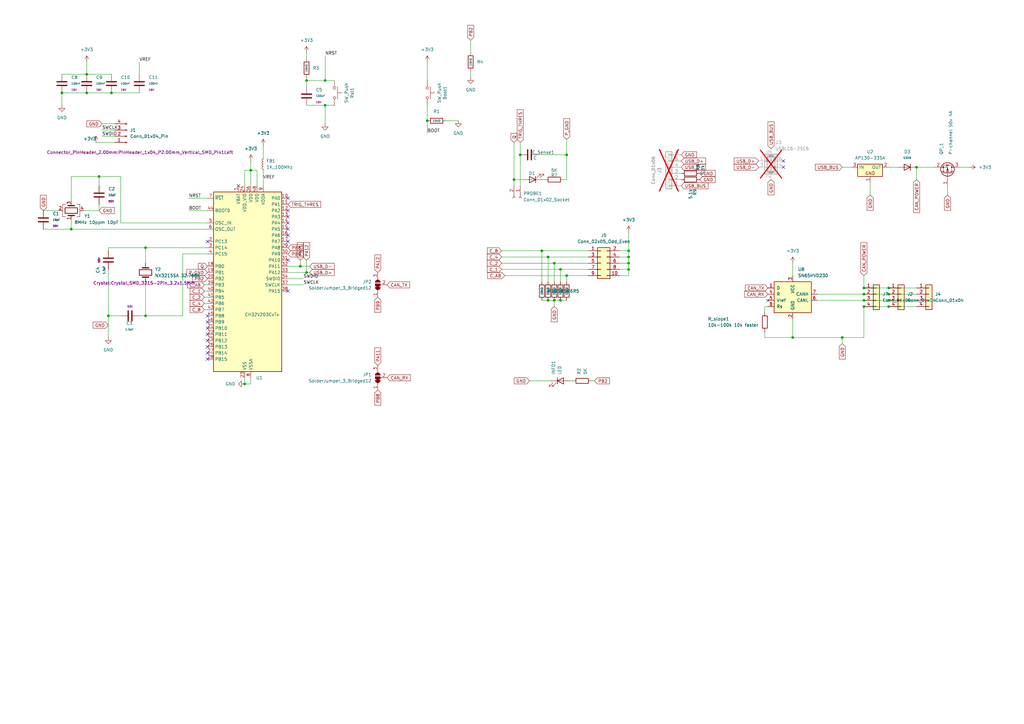
<source format=kicad_sch>
(kicad_sch
	(version 20250114)
	(generator "eeschema")
	(generator_version "9.0")
	(uuid "a6275404-53d1-4c49-9128-131a51db8de5")
	(paper "A3")
	
	(junction
		(at 222.25 102.87)
		(diameter 0)
		(color 0 0 0 0)
		(uuid "037c6055-b127-4be0-b2e7-85b42c84b0ca")
	)
	(junction
		(at 175.26 49.53)
		(diameter 0)
		(color 0 0 0 0)
		(uuid "0b3a4a81-c8d2-4662-a5a4-e93f07fee972")
	)
	(junction
		(at 354.33 123.19)
		(diameter 0)
		(color 0 0 0 0)
		(uuid "13ef87f4-a90b-4606-89c6-fae88e227c74")
	)
	(junction
		(at 257.81 110.49)
		(diameter 0)
		(color 0 0 0 0)
		(uuid "1993d62b-04fc-4128-8216-21381b6d7293")
	)
	(junction
		(at 364.49 118.11)
		(diameter 0)
		(color 0 0 0 0)
		(uuid "1a7263d0-b7a3-461f-a68b-1de47816fb72")
	)
	(junction
		(at 354.33 118.11)
		(diameter 0)
		(color 0 0 0 0)
		(uuid "22e65c42-ec61-4eb3-a317-f0419e46ed84")
	)
	(junction
		(at 125.73 33.02)
		(diameter 0)
		(color 0 0 0 0)
		(uuid "23384e7d-a36c-43a5-89b9-c8fd10eb1136")
	)
	(junction
		(at 45.72 38.1)
		(diameter 0)
		(color 0 0 0 0)
		(uuid "26fbca07-12f9-49c4-8a88-1b9b5a7e535d")
	)
	(junction
		(at 345.44 138.43)
		(diameter 0)
		(color 0 0 0 0)
		(uuid "36f256f8-590d-4cff-abdb-ff85026ef795")
	)
	(junction
		(at 325.12 138.43)
		(diameter 0)
		(color 0 0 0 0)
		(uuid "4f4ffa33-f6e2-475c-82ad-031034c07e3e")
	)
	(junction
		(at 210.82 73.66)
		(diameter 0)
		(color 0 0 0 0)
		(uuid "5041d5e8-951c-4586-b475-be1e9bf7c7e9")
	)
	(junction
		(at 100.33 157.48)
		(diameter 0)
		(color 0 0 0 0)
		(uuid "50f29fff-a780-4e4e-81b1-5b27e328afad")
	)
	(junction
		(at 354.33 120.65)
		(diameter 0)
		(color 0 0 0 0)
		(uuid "53a2440e-1500-4b64-983b-1f249996f2c9")
	)
	(junction
		(at 29.21 93.98)
		(diameter 0)
		(color 0 0 0 0)
		(uuid "59eabe47-6455-4185-ba48-d65bc0d83cb1")
	)
	(junction
		(at 227.33 107.95)
		(diameter 0)
		(color 0 0 0 0)
		(uuid "5af39b08-1fa1-4ef6-9e7e-707a573875dd")
	)
	(junction
		(at 35.56 30.48)
		(diameter 0)
		(color 0 0 0 0)
		(uuid "6263b53a-9c5d-4429-b8ff-878e2fa14740")
	)
	(junction
		(at 227.33 123.19)
		(diameter 0)
		(color 0 0 0 0)
		(uuid "633ab848-08b1-4bf7-bfb4-42cfde16215b")
	)
	(junction
		(at 25.4 38.1)
		(diameter 0)
		(color 0 0 0 0)
		(uuid "72538abb-e643-408a-a253-2ddfa0412693")
	)
	(junction
		(at 354.33 125.73)
		(diameter 0)
		(color 0 0 0 0)
		(uuid "7d26540b-eaad-47eb-883b-8a6c31246f9a")
	)
	(junction
		(at 229.87 110.49)
		(diameter 0)
		(color 0 0 0 0)
		(uuid "7d56c73c-5d1b-4966-b874-933e09d58ee0")
	)
	(junction
		(at 364.49 120.65)
		(diameter 0)
		(color 0 0 0 0)
		(uuid "7e739656-30c2-443d-8fb9-a1a7ef1e2d01")
	)
	(junction
		(at 213.36 63.5)
		(diameter 0)
		(color 0 0 0 0)
		(uuid "903c97f5-2266-45be-88f2-e324546b575d")
	)
	(junction
		(at 35.56 38.1)
		(diameter 0)
		(color 0 0 0 0)
		(uuid "935298ae-b233-48b8-acbd-3f22f49423ca")
	)
	(junction
		(at 364.49 125.73)
		(diameter 0)
		(color 0 0 0 0)
		(uuid "94168378-cea6-4ac8-9985-4dc9ffe504e7")
	)
	(junction
		(at 133.35 43.18)
		(diameter 0)
		(color 0 0 0 0)
		(uuid "96f5b35a-11a1-49d6-b979-c14755b6c682")
	)
	(junction
		(at 229.87 123.19)
		(diameter 0)
		(color 0 0 0 0)
		(uuid "9b1dc824-bea5-4153-b79e-2a44d6b0bc17")
	)
	(junction
		(at 224.79 105.41)
		(diameter 0)
		(color 0 0 0 0)
		(uuid "a94d1e1e-a959-4161-a817-d4f54f6c5880")
	)
	(junction
		(at 224.79 123.19)
		(diameter 0)
		(color 0 0 0 0)
		(uuid "aa1c6640-81a1-479f-836d-1cef498da141")
	)
	(junction
		(at 375.92 68.58)
		(diameter 0)
		(color 0 0 0 0)
		(uuid "adb6d406-79f2-4894-8ec2-296abe3849d4")
	)
	(junction
		(at 364.49 123.19)
		(diameter 0)
		(color 0 0 0 0)
		(uuid "ae1b0e61-a54b-4f67-aa3d-a2d12db0abba")
	)
	(junction
		(at 40.64 72.39)
		(diameter 0)
		(color 0 0 0 0)
		(uuid "af4fe400-df52-4cd2-941f-aea96d0b7017")
	)
	(junction
		(at 59.69 101.6)
		(diameter 0)
		(color 0 0 0 0)
		(uuid "bc51e469-2738-4c87-99ca-8f025f76e59b")
	)
	(junction
		(at 123.19 109.22)
		(diameter 0)
		(color 0 0 0 0)
		(uuid "bc939a92-4a5a-4036-a05a-186de593dec7")
	)
	(junction
		(at 125.73 111.76)
		(diameter 0)
		(color 0 0 0 0)
		(uuid "bd3d3035-c88b-4d76-ab64-648e113662a9")
	)
	(junction
		(at 133.35 33.02)
		(diameter 0)
		(color 0 0 0 0)
		(uuid "c192f7b3-7bc0-405b-ab79-6723b0c5ec68")
	)
	(junction
		(at 102.87 69.85)
		(diameter 0)
		(color 0 0 0 0)
		(uuid "c1d0d0f1-cf79-4919-913c-c45471582f32")
	)
	(junction
		(at 257.81 105.41)
		(diameter 0)
		(color 0 0 0 0)
		(uuid "c1fcccfb-4105-4698-b861-fb0d5749f875")
	)
	(junction
		(at 257.81 107.95)
		(diameter 0)
		(color 0 0 0 0)
		(uuid "d8a12f05-6a8a-462a-94fb-38373fd8771c")
	)
	(junction
		(at 232.41 113.03)
		(diameter 0)
		(color 0 0 0 0)
		(uuid "e1109188-5cef-4836-8180-df77a9b46442")
	)
	(junction
		(at 232.41 63.5)
		(diameter 0)
		(color 0 0 0 0)
		(uuid "ee5bc9d6-a2c9-4a43-af27-112c4cc6c62c")
	)
	(junction
		(at 44.45 129.54)
		(diameter 0)
		(color 0 0 0 0)
		(uuid "f06f15d1-2f7d-4d1e-b892-75c98af3f403")
	)
	(junction
		(at 257.81 102.87)
		(diameter 0)
		(color 0 0 0 0)
		(uuid "f547f851-74fb-4516-95c1-df6b9922bac7")
	)
	(junction
		(at 59.69 129.54)
		(diameter 0)
		(color 0 0 0 0)
		(uuid "fd0e0067-9c1c-45bd-a609-61f806e02e1c")
	)
	(no_connect
		(at 118.11 86.36)
		(uuid "0a5cab83-de42-45c6-981e-14afd3844a33")
	)
	(no_connect
		(at 118.11 91.44)
		(uuid "1e5483a8-4d59-4b55-91be-36e7540d3f81")
	)
	(no_connect
		(at 321.31 66.04)
		(uuid "20c391dc-1e20-497b-947a-66b8ead7205c")
	)
	(no_connect
		(at 85.09 132.08)
		(uuid "333933c8-382e-4950-8455-53f701abfa10")
	)
	(no_connect
		(at 85.09 144.78)
		(uuid "3f7912eb-a692-451e-8e1f-ec9546dfba6a")
	)
	(no_connect
		(at 85.09 137.16)
		(uuid "45b34fb8-0cf4-4ace-bb8c-c51beb271511")
	)
	(no_connect
		(at 118.11 106.68)
		(uuid "4cc074bf-974a-4da3-a31e-c7e79d955c3a")
	)
	(no_connect
		(at 118.11 81.28)
		(uuid "4e5190a0-a3f8-41f8-9980-0435237296e9")
	)
	(no_connect
		(at 118.11 88.9)
		(uuid "664fa194-1831-4a42-b2c5-6ed326f5fbe0")
	)
	(no_connect
		(at 85.09 142.24)
		(uuid "683faf2a-a9f7-4a23-a880-e83d334de64f")
	)
	(no_connect
		(at 314.96 123.19)
		(uuid "6b6d1145-e125-4d89-98ce-f5aa8f207ad5")
	)
	(no_connect
		(at 321.31 68.58)
		(uuid "7d254693-72b5-4ec2-ac2e-79b3a376cc2f")
	)
	(no_connect
		(at 85.09 129.54)
		(uuid "81047367-a0fb-4854-948f-899cee8139ac")
	)
	(no_connect
		(at 97.79 76.2)
		(uuid "88899239-7d70-495b-91e8-6ba7dabc6c85")
	)
	(no_connect
		(at 85.09 99.06)
		(uuid "8c283ddb-6c48-4ead-9099-ba8cfbbe445f")
	)
	(no_connect
		(at 118.11 93.98)
		(uuid "996d9905-ebce-49d0-a420-2d78c04869b9")
	)
	(no_connect
		(at 85.09 134.62)
		(uuid "bb3e9d03-f9c6-4410-b434-87f1c8a51c60")
	)
	(no_connect
		(at 85.09 139.7)
		(uuid "c7aadae7-d09e-4eff-a24a-8579856bfd0e")
	)
	(no_connect
		(at 118.11 99.06)
		(uuid "e5371dad-5446-40dc-8b2b-1190bdb4d93a")
	)
	(no_connect
		(at 118.11 96.52)
		(uuid "e70f5039-846c-4a30-b0a5-8be2f1b6efc0")
	)
	(no_connect
		(at 85.09 147.32)
		(uuid "ef009ce3-8fab-4a18-803a-03db4a6bbc45")
	)
	(no_connect
		(at 118.11 119.38)
		(uuid "ef5caf86-52f3-41ca-9c24-4ea35e916042")
	)
	(wire
		(pts
			(xy 133.35 43.18) (xy 133.35 50.8)
		)
		(stroke
			(width 0)
			(type default)
		)
		(uuid "00717501-5027-4bc4-9f97-0423f9ae1332")
	)
	(wire
		(pts
			(xy 182.88 49.53) (xy 187.96 49.53)
		)
		(stroke
			(width 0)
			(type default)
		)
		(uuid "00a81096-7570-4011-8034-4ab965c19506")
	)
	(wire
		(pts
			(xy 375.92 68.58) (xy 383.54 68.58)
		)
		(stroke
			(width 0)
			(type default)
		)
		(uuid "01ddf0f9-7514-4dcb-b4eb-db349b15592a")
	)
	(wire
		(pts
			(xy 213.36 63.5) (xy 213.36 76.2)
		)
		(stroke
			(width 0)
			(type default)
		)
		(uuid "03d3602e-60b9-4c00-86cf-59242b6f5a33")
	)
	(wire
		(pts
			(xy 74.93 129.54) (xy 59.69 129.54)
		)
		(stroke
			(width 0)
			(type default)
		)
		(uuid "04a7bc72-ff6d-4d2d-967c-3fd8184acaa3")
	)
	(wire
		(pts
			(xy 354.33 125.73) (xy 364.49 125.73)
		)
		(stroke
			(width 0)
			(type default)
		)
		(uuid "04e7607e-14c1-4445-a4da-943fa2c52146")
	)
	(wire
		(pts
			(xy 325.12 138.43) (xy 345.44 138.43)
		)
		(stroke
			(width 0)
			(type default)
		)
		(uuid "0a4eddfb-7c78-4107-aa73-a145a9ab952d")
	)
	(wire
		(pts
			(xy 35.56 25.4) (xy 35.56 30.48)
		)
		(stroke
			(width 0)
			(type default)
		)
		(uuid "0bac4122-6e78-4bce-94ca-5f4bd7e1886f")
	)
	(wire
		(pts
			(xy 364.49 120.65) (xy 375.92 120.65)
		)
		(stroke
			(width 0)
			(type default)
		)
		(uuid "1785bde6-148c-4654-a3e7-0c000c0158e0")
	)
	(wire
		(pts
			(xy 125.73 33.02) (xy 133.35 33.02)
		)
		(stroke
			(width 0)
			(type default)
		)
		(uuid "18874b1c-fb89-4249-aa09-655951e7fc06")
	)
	(wire
		(pts
			(xy 220.98 63.5) (xy 232.41 63.5)
		)
		(stroke
			(width 0)
			(type default)
		)
		(uuid "1910b0db-364b-4316-9d2f-4a1acdcb704f")
	)
	(wire
		(pts
			(xy 229.87 123.19) (xy 232.41 123.19)
		)
		(stroke
			(width 0)
			(type default)
		)
		(uuid "1ab112eb-2432-4e9c-b47d-58692c27991e")
	)
	(wire
		(pts
			(xy 118.11 116.84) (xy 124.46 116.84)
		)
		(stroke
			(width 0)
			(type default)
		)
		(uuid "1e131efe-cadc-48a6-a5ea-2bff6dfc010d")
	)
	(wire
		(pts
			(xy 257.81 113.03) (xy 254 113.03)
		)
		(stroke
			(width 0)
			(type default)
		)
		(uuid "1e5ffc30-524a-4b21-aa05-09fba73a1a80")
	)
	(wire
		(pts
			(xy 257.81 102.87) (xy 257.81 105.41)
		)
		(stroke
			(width 0)
			(type default)
		)
		(uuid "1e887b88-81c3-42fb-b6d1-89dd81445394")
	)
	(wire
		(pts
			(xy 125.73 43.18) (xy 133.35 43.18)
		)
		(stroke
			(width 0)
			(type default)
		)
		(uuid "22b7a3a3-be4f-45ae-ae22-069a4b82ebd2")
	)
	(wire
		(pts
			(xy 313.69 135.89) (xy 313.69 138.43)
		)
		(stroke
			(width 0)
			(type default)
		)
		(uuid "234b9e7a-4812-4334-897d-f4ef5ec77611")
	)
	(wire
		(pts
			(xy 57.15 129.54) (xy 59.69 129.54)
		)
		(stroke
			(width 0)
			(type default)
		)
		(uuid "2787f67e-1011-4fc1-a48c-a2a0b8b1e8b2")
	)
	(wire
		(pts
			(xy 254 110.49) (xy 257.81 110.49)
		)
		(stroke
			(width 0)
			(type default)
		)
		(uuid "27c6dc82-58b5-4f70-9f15-20776c999c8c")
	)
	(wire
		(pts
			(xy 313.69 138.43) (xy 325.12 138.43)
		)
		(stroke
			(width 0)
			(type default)
		)
		(uuid "28ee5135-926c-47b8-a197-48fb8827e72d")
	)
	(wire
		(pts
			(xy 125.73 31.75) (xy 125.73 33.02)
		)
		(stroke
			(width 0)
			(type default)
		)
		(uuid "2bc529b2-0121-48db-8683-5c31ee4573a9")
	)
	(wire
		(pts
			(xy 257.81 95.25) (xy 257.81 102.87)
		)
		(stroke
			(width 0)
			(type default)
		)
		(uuid "2c396b60-4188-4b80-aab2-2131e9d63c85")
	)
	(wire
		(pts
			(xy 40.64 72.39) (xy 49.53 72.39)
		)
		(stroke
			(width 0)
			(type default)
		)
		(uuid "2f490239-73e3-4c95-ae3b-5edeeb80d16c")
	)
	(wire
		(pts
			(xy 325.12 107.95) (xy 325.12 113.03)
		)
		(stroke
			(width 0)
			(type default)
		)
		(uuid "314609ed-48db-4320-b434-82ff32f3eef2")
	)
	(wire
		(pts
			(xy 49.53 129.54) (xy 44.45 129.54)
		)
		(stroke
			(width 0)
			(type default)
		)
		(uuid "33339cc6-d190-4e9f-a2e9-f61ba92aa699")
	)
	(wire
		(pts
			(xy 224.79 105.41) (xy 224.79 115.57)
		)
		(stroke
			(width 0)
			(type default)
		)
		(uuid "33785e80-2ad8-4509-b58d-45b3e487b001")
	)
	(wire
		(pts
			(xy 59.69 101.6) (xy 85.09 101.6)
		)
		(stroke
			(width 0)
			(type default)
		)
		(uuid "3455c414-c43d-4a4c-aab9-f2e8206d26bc")
	)
	(wire
		(pts
			(xy 254 107.95) (xy 257.81 107.95)
		)
		(stroke
			(width 0)
			(type default)
		)
		(uuid "35b3b2c7-a462-498c-8e78-12f9680bacb8")
	)
	(wire
		(pts
			(xy 207.01 113.03) (xy 232.41 113.03)
		)
		(stroke
			(width 0)
			(type default)
		)
		(uuid "36b758e1-feb4-4e8b-b157-39c2698ec2c3")
	)
	(wire
		(pts
			(xy 354.33 125.73) (xy 354.33 138.43)
		)
		(stroke
			(width 0)
			(type default)
		)
		(uuid "37f97d54-6689-4778-990f-6b81509205fd")
	)
	(wire
		(pts
			(xy 345.44 68.58) (xy 349.25 68.58)
		)
		(stroke
			(width 0)
			(type default)
		)
		(uuid "3935dbca-e552-4029-b695-1b7405b34326")
	)
	(wire
		(pts
			(xy 100.33 76.2) (xy 100.33 69.85)
		)
		(stroke
			(width 0)
			(type default)
		)
		(uuid "39c1a2cb-c030-4924-b58a-f4043a021009")
	)
	(wire
		(pts
			(xy 213.36 58.42) (xy 213.36 63.5)
		)
		(stroke
			(width 0)
			(type default)
		)
		(uuid "3b7e734e-116b-4d30-8fd8-255478f1a27e")
	)
	(wire
		(pts
			(xy 224.79 123.19) (xy 227.33 123.19)
		)
		(stroke
			(width 0)
			(type default)
		)
		(uuid "3dac6585-83e5-4aad-9145-c2aa13e8852b")
	)
	(wire
		(pts
			(xy 83.82 119.38) (xy 85.09 119.38)
		)
		(stroke
			(width 0)
			(type default)
		)
		(uuid "3e67492c-6a41-477a-b060-6c86bbd7f0c4")
	)
	(wire
		(pts
			(xy 133.35 43.18) (xy 137.16 43.18)
		)
		(stroke
			(width 0)
			(type default)
		)
		(uuid "414ff9fd-496d-4b16-8c9b-678a2b7d6958")
	)
	(wire
		(pts
			(xy 125.73 111.76) (xy 127 111.76)
		)
		(stroke
			(width 0)
			(type default)
		)
		(uuid "42785655-fd74-43fb-bfe2-cb65aa56eec3")
	)
	(wire
		(pts
			(xy 59.69 115.57) (xy 59.69 129.54)
		)
		(stroke
			(width 0)
			(type default)
		)
		(uuid "47bb3ffc-96a3-414e-ac9b-2152555d442e")
	)
	(wire
		(pts
			(xy 107.95 59.69) (xy 107.95 64.77)
		)
		(stroke
			(width 0)
			(type default)
		)
		(uuid "4a1b1ddb-fdf5-44f7-a515-1698c6c5803c")
	)
	(wire
		(pts
			(xy 25.4 38.1) (xy 35.56 38.1)
		)
		(stroke
			(width 0)
			(type default)
		)
		(uuid "4a5c5745-5616-42b7-8fb2-6dadf7bc1300")
	)
	(wire
		(pts
			(xy 102.87 66.04) (xy 102.87 69.85)
		)
		(stroke
			(width 0)
			(type default)
		)
		(uuid "4af76103-cf3f-4693-a1d2-17aba8a8032a")
	)
	(wire
		(pts
			(xy 133.35 22.86) (xy 133.35 33.02)
		)
		(stroke
			(width 0)
			(type default)
		)
		(uuid "4b5a6e32-6241-40a0-899b-28097f5a2572")
	)
	(wire
		(pts
			(xy 17.78 93.98) (xy 29.21 93.98)
		)
		(stroke
			(width 0)
			(type default)
		)
		(uuid "4c0ba7c9-96ff-4383-ab11-cd2eff920e2b")
	)
	(wire
		(pts
			(xy 257.81 110.49) (xy 257.81 113.03)
		)
		(stroke
			(width 0)
			(type default)
		)
		(uuid "4cb9af5f-f218-4dc0-a656-42db756c1a4a")
	)
	(wire
		(pts
			(xy 100.33 157.48) (xy 100.33 154.94)
		)
		(stroke
			(width 0)
			(type default)
		)
		(uuid "4f762ea2-b344-4de6-acd6-bc35bd7a9d4a")
	)
	(wire
		(pts
			(xy 85.09 104.14) (xy 74.93 104.14)
		)
		(stroke
			(width 0)
			(type default)
		)
		(uuid "514d7972-e72d-4c48-bf54-03e8fd4d54d9")
	)
	(wire
		(pts
			(xy 232.41 113.03) (xy 232.41 115.57)
		)
		(stroke
			(width 0)
			(type default)
		)
		(uuid "51a8ae2c-9e03-4716-a836-a0292ee4eb88")
	)
	(wire
		(pts
			(xy 83.82 124.46) (xy 85.09 124.46)
		)
		(stroke
			(width 0)
			(type default)
		)
		(uuid "52e61852-18ca-47c4-a530-65130a699eb1")
	)
	(wire
		(pts
			(xy 44.45 101.6) (xy 59.69 101.6)
		)
		(stroke
			(width 0)
			(type default)
		)
		(uuid "539bc426-14d1-4df7-aafe-1890432cea41")
	)
	(wire
		(pts
			(xy 49.53 72.39) (xy 49.53 91.44)
		)
		(stroke
			(width 0)
			(type default)
		)
		(uuid "565e57a5-80a6-485d-96cc-752ac7b3ed53")
	)
	(wire
		(pts
			(xy 214.63 73.66) (xy 210.82 73.66)
		)
		(stroke
			(width 0)
			(type default)
		)
		(uuid "5779c20f-dccb-4112-bb0c-1d5a0b1156d4")
	)
	(wire
		(pts
			(xy 335.28 123.19) (xy 354.33 123.19)
		)
		(stroke
			(width 0)
			(type default)
		)
		(uuid "57b597d3-0371-4259-b4bc-5f71acab4579")
	)
	(wire
		(pts
			(xy 354.33 118.11) (xy 354.33 113.03)
		)
		(stroke
			(width 0)
			(type default)
		)
		(uuid "57ddadb9-4070-478c-9a4d-21126b605cea")
	)
	(wire
		(pts
			(xy 232.41 113.03) (xy 241.3 113.03)
		)
		(stroke
			(width 0)
			(type default)
		)
		(uuid "57e64628-349d-4ac0-a40d-911a51296720")
	)
	(wire
		(pts
			(xy 356.87 74.93) (xy 356.87 80.01)
		)
		(stroke
			(width 0)
			(type default)
		)
		(uuid "58625c9e-34ac-45ec-8bf7-a94caf8a29ff")
	)
	(wire
		(pts
			(xy 210.82 73.66) (xy 210.82 76.2)
		)
		(stroke
			(width 0)
			(type default)
		)
		(uuid "589f9971-0bef-48d0-b2b9-09a628c09f4f")
	)
	(wire
		(pts
			(xy 77.47 86.36) (xy 85.09 86.36)
		)
		(stroke
			(width 0)
			(type default)
		)
		(uuid "58be6937-18ac-4e7e-8316-0d7aaf5891bd")
	)
	(wire
		(pts
			(xy 59.69 101.6) (xy 59.69 107.95)
		)
		(stroke
			(width 0)
			(type default)
		)
		(uuid "595f64b9-1f48-43f9-8691-3d6a3b1a765b")
	)
	(wire
		(pts
			(xy 205.74 102.87) (xy 222.25 102.87)
		)
		(stroke
			(width 0)
			(type default)
		)
		(uuid "5bb04207-c060-40dd-83a7-d798ff23f794")
	)
	(wire
		(pts
			(xy 193.04 16.51) (xy 193.04 21.59)
		)
		(stroke
			(width 0)
			(type default)
		)
		(uuid "5d5c5a32-0599-44eb-937d-06847a91b545")
	)
	(wire
		(pts
			(xy 257.81 107.95) (xy 257.81 110.49)
		)
		(stroke
			(width 0)
			(type default)
		)
		(uuid "5dcc72dc-1a81-4344-ba3d-6ed1ca4c0d25")
	)
	(wire
		(pts
			(xy 242.57 156.21) (xy 243.84 156.21)
		)
		(stroke
			(width 0)
			(type default)
		)
		(uuid "5df645a9-81a1-49f4-a7bb-2b7381b52af1")
	)
	(wire
		(pts
			(xy 388.62 76.2) (xy 388.62 80.01)
		)
		(stroke
			(width 0)
			(type default)
		)
		(uuid "5e083f67-ea6a-47ef-be00-64fc7d8eb66e")
	)
	(wire
		(pts
			(xy 217.17 156.21) (xy 226.06 156.21)
		)
		(stroke
			(width 0)
			(type default)
		)
		(uuid "5f8244c0-0dec-48c3-b1fb-2c05041ddfe0")
	)
	(wire
		(pts
			(xy 175.26 49.53) (xy 175.26 54.61)
		)
		(stroke
			(width 0)
			(type default)
		)
		(uuid "62d945e8-90b4-4024-bb02-cf7bf7587148")
	)
	(wire
		(pts
			(xy 224.79 105.41) (xy 241.3 105.41)
		)
		(stroke
			(width 0)
			(type default)
		)
		(uuid "639c15dc-b8c3-4736-b76d-5ed6e791ec9d")
	)
	(wire
		(pts
			(xy 257.81 105.41) (xy 257.81 107.95)
		)
		(stroke
			(width 0)
			(type default)
		)
		(uuid "642a94d7-aa9f-4374-99a4-2c0086f0ab97")
	)
	(wire
		(pts
			(xy 232.41 57.15) (xy 232.41 63.5)
		)
		(stroke
			(width 0)
			(type default)
		)
		(uuid "689a0d5c-f7a6-4ea3-962a-6c39275109c4")
	)
	(wire
		(pts
			(xy 354.33 118.11) (xy 364.49 118.11)
		)
		(stroke
			(width 0)
			(type default)
		)
		(uuid "6a2ab654-c0de-4720-92fe-a91a9aa27fa3")
	)
	(wire
		(pts
			(xy 49.53 91.44) (xy 85.09 91.44)
		)
		(stroke
			(width 0)
			(type default)
		)
		(uuid "6bed7b73-9671-4ee8-83de-72fa05d3faff")
	)
	(wire
		(pts
			(xy 210.82 58.42) (xy 210.82 73.66)
		)
		(stroke
			(width 0)
			(type default)
		)
		(uuid "710b86b0-3e15-4bf8-b592-a416ab66864c")
	)
	(wire
		(pts
			(xy 364.49 68.58) (xy 368.3 68.58)
		)
		(stroke
			(width 0)
			(type default)
		)
		(uuid "717555ec-9689-49c6-a846-fb24d946038d")
	)
	(wire
		(pts
			(xy 232.41 63.5) (xy 232.41 73.66)
		)
		(stroke
			(width 0)
			(type default)
		)
		(uuid "7456eda9-5141-4a5d-9095-0e0bbcd710cc")
	)
	(wire
		(pts
			(xy 222.25 73.66) (xy 223.52 73.66)
		)
		(stroke
			(width 0)
			(type default)
		)
		(uuid "751de84f-95e1-4a81-829b-a79d3704ba6f")
	)
	(wire
		(pts
			(xy 105.41 69.85) (xy 105.41 76.2)
		)
		(stroke
			(width 0)
			(type default)
		)
		(uuid "76146ff8-e243-4bd4-8cbc-8713eabdaa30")
	)
	(wire
		(pts
			(xy 123.19 109.22) (xy 127 109.22)
		)
		(stroke
			(width 0)
			(type default)
		)
		(uuid "797e531a-0dd5-42d3-9fce-8a17fd197ade")
	)
	(wire
		(pts
			(xy 102.87 154.94) (xy 102.87 157.48)
		)
		(stroke
			(width 0)
			(type default)
		)
		(uuid "79cfa788-0e97-4a1c-aed9-2caa7bef9d7c")
	)
	(wire
		(pts
			(xy 29.21 93.98) (xy 85.09 93.98)
		)
		(stroke
			(width 0)
			(type default)
		)
		(uuid "7b4dcaab-9ea8-4234-9ca7-902d996be004")
	)
	(wire
		(pts
			(xy 393.7 68.58) (xy 397.51 68.58)
		)
		(stroke
			(width 0)
			(type default)
		)
		(uuid "7e3dcc3c-43e3-4582-b076-af7b324e7c66")
	)
	(wire
		(pts
			(xy 193.04 29.21) (xy 193.04 31.75)
		)
		(stroke
			(width 0)
			(type default)
		)
		(uuid "7f8718d5-fc9a-4d81-934b-d27d526695b5")
	)
	(wire
		(pts
			(xy 345.44 138.43) (xy 345.44 140.97)
		)
		(stroke
			(width 0)
			(type default)
		)
		(uuid "7fba6945-01ac-42f7-8666-46d49627e353")
	)
	(wire
		(pts
			(xy 205.74 107.95) (xy 227.33 107.95)
		)
		(stroke
			(width 0)
			(type default)
		)
		(uuid "8041e453-563a-4fcd-82c4-87c8590e6291")
	)
	(wire
		(pts
			(xy 40.64 86.36) (xy 40.64 83.82)
		)
		(stroke
			(width 0)
			(type default)
		)
		(uuid "809f27ef-823f-4d31-8c12-6a77e31db8f3")
	)
	(wire
		(pts
			(xy 25.4 30.48) (xy 35.56 30.48)
		)
		(stroke
			(width 0)
			(type default)
		)
		(uuid "82581c94-6943-4b18-a69d-3d95d34d1116")
	)
	(wire
		(pts
			(xy 83.82 116.84) (xy 85.09 116.84)
		)
		(stroke
			(width 0)
			(type default)
		)
		(uuid "83c2fa21-3151-48fd-b737-d0fd14288843")
	)
	(wire
		(pts
			(xy 233.68 156.21) (xy 234.95 156.21)
		)
		(stroke
			(width 0)
			(type default)
		)
		(uuid "83de673b-cf79-437a-a570-a6050614c31a")
	)
	(wire
		(pts
			(xy 29.21 72.39) (xy 29.21 82.55)
		)
		(stroke
			(width 0)
			(type default)
		)
		(uuid "8440c1a4-b1a1-4ca3-adc1-f3128f4532c1")
	)
	(wire
		(pts
			(xy 325.12 130.81) (xy 325.12 138.43)
		)
		(stroke
			(width 0)
			(type default)
		)
		(uuid "8667a59f-bf6d-4b60-9a95-e5a224d3b1db")
	)
	(wire
		(pts
			(xy 175.26 43.18) (xy 175.26 49.53)
		)
		(stroke
			(width 0)
			(type default)
		)
		(uuid "886285a7-a276-4fbd-ab1c-b9af252a197e")
	)
	(wire
		(pts
			(xy 232.41 73.66) (xy 231.14 73.66)
		)
		(stroke
			(width 0)
			(type default)
		)
		(uuid "8b995d36-7284-451c-8b8e-d24995b0403d")
	)
	(wire
		(pts
			(xy 229.87 110.49) (xy 241.3 110.49)
		)
		(stroke
			(width 0)
			(type default)
		)
		(uuid "90a4df74-319e-4101-bcd2-22b6f70cca56")
	)
	(wire
		(pts
			(xy 175.26 25.4) (xy 175.26 33.02)
		)
		(stroke
			(width 0)
			(type default)
		)
		(uuid "90ed853d-fa61-4da6-bbd0-eed2701dfc9b")
	)
	(wire
		(pts
			(xy 83.82 127) (xy 85.09 127)
		)
		(stroke
			(width 0)
			(type default)
		)
		(uuid "92ac6b23-4604-4bcd-b64d-a67464add326")
	)
	(wire
		(pts
			(xy 222.25 102.87) (xy 241.3 102.87)
		)
		(stroke
			(width 0)
			(type default)
		)
		(uuid "946e5ab8-213d-4ed5-9894-2149d47f66bd")
	)
	(wire
		(pts
			(xy 83.82 121.92) (xy 85.09 121.92)
		)
		(stroke
			(width 0)
			(type default)
		)
		(uuid "9657a067-8634-4c09-8cbb-60b7b4d9b7f1")
	)
	(wire
		(pts
			(xy 345.44 138.43) (xy 354.33 138.43)
		)
		(stroke
			(width 0)
			(type default)
		)
		(uuid "972563aa-985c-4957-896a-a35e76671630")
	)
	(wire
		(pts
			(xy 29.21 72.39) (xy 40.64 72.39)
		)
		(stroke
			(width 0)
			(type default)
		)
		(uuid "9b6e0834-eeab-471f-8894-89062bb22fdd")
	)
	(wire
		(pts
			(xy 118.11 111.76) (xy 125.73 111.76)
		)
		(stroke
			(width 0)
			(type default)
		)
		(uuid "9bf742ee-f817-4a90-82fb-10bf9c2c9b52")
	)
	(wire
		(pts
			(xy 375.92 68.58) (xy 375.92 73.66)
		)
		(stroke
			(width 0)
			(type default)
		)
		(uuid "9d380725-5e00-40d4-ae0c-9e8a15c90950")
	)
	(wire
		(pts
			(xy 354.33 123.19) (xy 364.49 123.19)
		)
		(stroke
			(width 0)
			(type default)
		)
		(uuid "9db7e7a5-dcd9-488a-abb0-3b3a0c75792c")
	)
	(wire
		(pts
			(xy 39.37 58.42) (xy 46.99 58.42)
		)
		(stroke
			(width 0)
			(type default)
		)
		(uuid "a037f417-3e38-42bc-84d8-71915189d0d1")
	)
	(wire
		(pts
			(xy 57.15 25.4) (xy 57.15 30.48)
		)
		(stroke
			(width 0)
			(type default)
		)
		(uuid "a290513f-d884-4b29-bf4b-ad0cc7747790")
	)
	(wire
		(pts
			(xy 227.33 123.19) (xy 227.33 125.73)
		)
		(stroke
			(width 0)
			(type default)
		)
		(uuid "a2b4e584-b311-4589-a95d-39b46c6f0bc8")
	)
	(wire
		(pts
			(xy 227.33 123.19) (xy 229.87 123.19)
		)
		(stroke
			(width 0)
			(type default)
		)
		(uuid "a32b5124-2f09-4da7-bb5e-cadda3b3a2cf")
	)
	(wire
		(pts
			(xy 102.87 76.2) (xy 102.87 69.85)
		)
		(stroke
			(width 0)
			(type default)
		)
		(uuid "a3d7cbcd-31e0-4b50-9510-a1562016497e")
	)
	(wire
		(pts
			(xy 74.93 104.14) (xy 74.93 129.54)
		)
		(stroke
			(width 0)
			(type default)
		)
		(uuid "a4826038-43dd-4571-a41a-ffd5ef407453")
	)
	(wire
		(pts
			(xy 24.13 86.36) (xy 17.78 86.36)
		)
		(stroke
			(width 0)
			(type default)
		)
		(uuid "a7ba7df1-6ccf-4a49-a4cb-9f0d4e5de48b")
	)
	(wire
		(pts
			(xy 100.33 69.85) (xy 102.87 69.85)
		)
		(stroke
			(width 0)
			(type default)
		)
		(uuid "a980139e-03fe-4fa9-84ed-c906f1fb0b5b")
	)
	(wire
		(pts
			(xy 41.91 53.34) (xy 46.99 53.34)
		)
		(stroke
			(width 0)
			(type default)
		)
		(uuid "aac08248-3a72-4e3f-bc41-2e56fc2ff69d")
	)
	(wire
		(pts
			(xy 227.33 107.95) (xy 241.3 107.95)
		)
		(stroke
			(width 0)
			(type default)
		)
		(uuid "ab398d7a-aa5a-4d22-887c-324ea34067c4")
	)
	(wire
		(pts
			(xy 35.56 38.1) (xy 45.72 38.1)
		)
		(stroke
			(width 0)
			(type default)
		)
		(uuid "ad1b1f7f-390d-4a51-93fb-bfdf4256aacd")
	)
	(wire
		(pts
			(xy 227.33 107.95) (xy 227.33 115.57)
		)
		(stroke
			(width 0)
			(type default)
		)
		(uuid "adb7be71-660d-46bf-bc4b-1b3cb855f8e0")
	)
	(wire
		(pts
			(xy 44.45 129.54) (xy 44.45 138.43)
		)
		(stroke
			(width 0)
			(type default)
		)
		(uuid "b256e0f7-def4-4ea6-994d-e97b8d42906c")
	)
	(wire
		(pts
			(xy 222.25 123.19) (xy 224.79 123.19)
		)
		(stroke
			(width 0)
			(type default)
		)
		(uuid "b4b0bdc3-cbaa-469b-8843-dfdbf9b5eae8")
	)
	(wire
		(pts
			(xy 364.49 125.73) (xy 375.92 125.73)
		)
		(stroke
			(width 0)
			(type default)
		)
		(uuid "b734710d-96f2-41a9-8af3-8bf2b5b74e77")
	)
	(wire
		(pts
			(xy 205.74 110.49) (xy 229.87 110.49)
		)
		(stroke
			(width 0)
			(type default)
		)
		(uuid "b990eee3-6048-472c-9317-11d003501717")
	)
	(wire
		(pts
			(xy 254 102.87) (xy 257.81 102.87)
		)
		(stroke
			(width 0)
			(type default)
		)
		(uuid "bb86ecb2-5e23-4c77-8668-45fd582c8f65")
	)
	(wire
		(pts
			(xy 354.33 120.65) (xy 364.49 120.65)
		)
		(stroke
			(width 0)
			(type default)
		)
		(uuid "bd4c6cd5-a535-44b2-85de-15f05167ba9e")
	)
	(wire
		(pts
			(xy 314.96 125.73) (xy 313.69 125.73)
		)
		(stroke
			(width 0)
			(type default)
		)
		(uuid "bfee4961-94a1-482b-af82-8dd227eae533")
	)
	(wire
		(pts
			(xy 222.25 115.57) (xy 222.25 102.87)
		)
		(stroke
			(width 0)
			(type default)
		)
		(uuid "c0722e0d-be8f-497a-81ef-e51b53fec7c7")
	)
	(wire
		(pts
			(xy 125.73 21.59) (xy 125.73 24.13)
		)
		(stroke
			(width 0)
			(type default)
		)
		(uuid "c1e861ac-4b6f-4402-a9a3-de74994a2ff5")
	)
	(wire
		(pts
			(xy 107.95 69.85) (xy 107.95 76.2)
		)
		(stroke
			(width 0)
			(type default)
		)
		(uuid "c464aa57-3d53-46a1-aef6-ef5fa6bd0554")
	)
	(wire
		(pts
			(xy 125.73 106.68) (xy 125.73 111.76)
		)
		(stroke
			(width 0)
			(type default)
		)
		(uuid "c49abf6d-0c2d-4d40-89fc-ff6be127a4a8")
	)
	(wire
		(pts
			(xy 41.91 50.8) (xy 46.99 50.8)
		)
		(stroke
			(width 0)
			(type default)
		)
		(uuid "c5d6c549-47a2-49ec-bf3e-b48fba64c146")
	)
	(wire
		(pts
			(xy 229.87 110.49) (xy 229.87 115.57)
		)
		(stroke
			(width 0)
			(type default)
		)
		(uuid "c6a7f78d-37c1-4204-a62d-2979d614c842")
	)
	(wire
		(pts
			(xy 25.4 38.1) (xy 25.4 43.18)
		)
		(stroke
			(width 0)
			(type default)
		)
		(uuid "c7a00e68-65cf-4cc8-ab80-d05e04bf5dff")
	)
	(wire
		(pts
			(xy 364.49 118.11) (xy 375.92 118.11)
		)
		(stroke
			(width 0)
			(type default)
		)
		(uuid "c8112c25-8fe4-4527-8bd2-b8e62b11b56a")
	)
	(wire
		(pts
			(xy 335.28 120.65) (xy 354.33 120.65)
		)
		(stroke
			(width 0)
			(type default)
		)
		(uuid "c82c898e-4d51-4777-9fd2-2f0bd1aaf21a")
	)
	(wire
		(pts
			(xy 40.64 72.39) (xy 40.64 76.2)
		)
		(stroke
			(width 0)
			(type default)
		)
		(uuid "ca4e9e8a-2c50-4d14-b467-69d5c5877a57")
	)
	(wire
		(pts
			(xy 44.45 110.49) (xy 44.45 129.54)
		)
		(stroke
			(width 0)
			(type default)
		)
		(uuid "ccafe19a-61f3-40df-92f4-c8ca5030d1d0")
	)
	(wire
		(pts
			(xy 45.72 38.1) (xy 57.15 38.1)
		)
		(stroke
			(width 0)
			(type default)
		)
		(uuid "d1989217-8b8a-4267-8ccf-1b542c4aa302")
	)
	(wire
		(pts
			(xy 29.21 90.17) (xy 29.21 93.98)
		)
		(stroke
			(width 0)
			(type default)
		)
		(uuid "d5e32007-bf6e-47b7-a996-017f123f96d4")
	)
	(wire
		(pts
			(xy 133.35 33.02) (xy 137.16 33.02)
		)
		(stroke
			(width 0)
			(type default)
		)
		(uuid "dc9c6fb2-e3f3-4f9d-9eb6-96729a3c9bcc")
	)
	(wire
		(pts
			(xy 123.19 106.68) (xy 123.19 109.22)
		)
		(stroke
			(width 0)
			(type default)
		)
		(uuid "e0d8ed42-7a6b-44f5-bfe7-3ca208d276cc")
	)
	(wire
		(pts
			(xy 35.56 30.48) (xy 45.72 30.48)
		)
		(stroke
			(width 0)
			(type default)
		)
		(uuid "e21ee5cc-8191-4cd7-994b-fc14e7473516")
	)
	(wire
		(pts
			(xy 44.45 101.6) (xy 44.45 102.87)
		)
		(stroke
			(width 0)
			(type default)
		)
		(uuid "e5bb3f33-110a-4b9d-aad9-e4d4c0a98ab5")
	)
	(wire
		(pts
			(xy 254 105.41) (xy 257.81 105.41)
		)
		(stroke
			(width 0)
			(type default)
		)
		(uuid "e7c50d97-df58-43f8-a264-80b1f4f86e80")
	)
	(wire
		(pts
			(xy 34.29 86.36) (xy 40.64 86.36)
		)
		(stroke
			(width 0)
			(type default)
		)
		(uuid "e82f05df-62b2-49a1-9bf9-8443a808758f")
	)
	(wire
		(pts
			(xy 205.74 105.41) (xy 224.79 105.41)
		)
		(stroke
			(width 0)
			(type default)
		)
		(uuid "e85800ea-5de1-4601-b290-14d8a5aec4f8")
	)
	(wire
		(pts
			(xy 102.87 69.85) (xy 105.41 69.85)
		)
		(stroke
			(width 0)
			(type default)
		)
		(uuid "eac65e0d-3e75-41b0-afc1-1ec8dd54fda0")
	)
	(wire
		(pts
			(xy 364.49 123.19) (xy 375.92 123.19)
		)
		(stroke
			(width 0)
			(type default)
		)
		(uuid "eb773e3f-841a-4560-93b4-bef1b8795896")
	)
	(wire
		(pts
			(xy 125.73 33.02) (xy 125.73 35.56)
		)
		(stroke
			(width 0)
			(type default)
		)
		(uuid "f2215acb-7519-4fa3-8b9a-0c069c10cf09")
	)
	(wire
		(pts
			(xy 102.87 157.48) (xy 100.33 157.48)
		)
		(stroke
			(width 0)
			(type default)
		)
		(uuid "f3a3ed6e-7e5c-47ad-9e9c-9e5698b96cc2")
	)
	(wire
		(pts
			(xy 77.47 81.28) (xy 85.09 81.28)
		)
		(stroke
			(width 0)
			(type default)
		)
		(uuid "f3c76f54-9305-48e3-827a-eb2551735c1b")
	)
	(wire
		(pts
			(xy 118.11 114.3) (xy 124.46 114.3)
		)
		(stroke
			(width 0)
			(type default)
		)
		(uuid "f766b02c-a78f-4234-be15-79771cd90471")
	)
	(wire
		(pts
			(xy 313.69 125.73) (xy 313.69 128.27)
		)
		(stroke
			(width 0)
			(type default)
		)
		(uuid "f7d6eac1-2baa-4b44-bc96-4fbc2d923a56")
	)
	(wire
		(pts
			(xy 118.11 109.22) (xy 123.19 109.22)
		)
		(stroke
			(width 0)
			(type default)
		)
		(uuid "f84497e4-01f6-4969-b3e7-d11ca044d11f")
	)
	(wire
		(pts
			(xy 41.91 55.88) (xy 46.99 55.88)
		)
		(stroke
			(width 0)
			(type default)
		)
		(uuid "f9408f18-d58c-4c7e-95e1-d169c2f6ff7b")
	)
	(label "BOOT"
		(at 175.26 54.61 0)
		(effects
			(font
				(size 1.27 1.27)
			)
			(justify left bottom)
		)
		(uuid "01f50433-448f-4194-9a85-762ae260b247")
	)
	(label "NRST"
		(at 77.47 81.28 0)
		(effects
			(font
				(size 1.27 1.27)
			)
			(justify left bottom)
		)
		(uuid "1cd47147-78c6-4a63-b044-ec499ab0cf1a")
	)
	(label "VREF"
		(at 107.95 73.66 0)
		(effects
			(font
				(size 1.27 1.27)
			)
			(justify left bottom)
		)
		(uuid "2003a0c1-ee45-4e50-88f8-ff467134fb2b")
	)
	(label "SWCLK"
		(at 124.46 116.84 0)
		(effects
			(font
				(size 1.27 1.27)
			)
			(justify left bottom)
		)
		(uuid "5b70b492-8e72-4092-a87f-58da3d162ab1")
	)
	(label "BOOT"
		(at 77.47 86.36 0)
		(effects
			(font
				(size 1.27 1.27)
			)
			(justify left bottom)
		)
		(uuid "694b599a-f6cd-479c-a4c9-33c7a0fa0ad7")
	)
	(label "SWDIO"
		(at 124.46 114.3 0)
		(effects
			(font
				(size 1.27 1.27)
			)
			(justify left bottom)
		)
		(uuid "86aed064-e468-4962-b4ef-463a2c885b64")
	)
	(label "VREF"
		(at 57.15 25.4 0)
		(effects
			(font
				(size 1.27 1.27)
			)
			(justify left bottom)
		)
		(uuid "a6c100c5-e4d3-4cc2-b402-79c3fbbc455e")
	)
	(label "SWDIO"
		(at 41.91 55.88 0)
		(effects
			(font
				(size 1.27 1.27)
			)
			(justify left bottom)
		)
		(uuid "aed411b6-570c-459c-822a-9bbf3ba1b3dc")
	)
	(label "NRST"
		(at 133.35 22.86 0)
		(effects
			(font
				(size 1.27 1.27)
			)
			(justify left bottom)
		)
		(uuid "c5d777ea-a2c8-4b5f-a8e5-82c97408dbcb")
	)
	(label "SWCLK"
		(at 41.91 53.34 0)
		(effects
			(font
				(size 1.27 1.27)
			)
			(justify left bottom)
		)
		(uuid "dc7e4929-8ce5-487e-bf3f-143afd649b32")
	)
	(global_label "GND"
		(shape input)
		(at 279.4 63.5 0)
		(fields_autoplaced yes)
		(effects
			(font
				(size 1.27 1.27)
			)
			(justify left)
		)
		(uuid "00a4d2a5-b6d3-4966-82e1-f8b0cd0342d1")
		(property "Intersheetrefs" "${INTERSHEET_REFS}"
			(at 286.2557 63.5 0)
			(effects
				(font
					(size 1.27 1.27)
				)
				(justify left)
				(hide yes)
			)
		)
	)
	(global_label "GND"
		(shape input)
		(at 217.17 156.21 180)
		(fields_autoplaced yes)
		(effects
			(font
				(size 1.27 1.27)
			)
			(justify right)
		)
		(uuid "00a75fbf-20ab-492c-ac07-50c2deb08fc6")
		(property "Intersheetrefs" "${INTERSHEET_REFS}"
			(at 210.3143 156.21 0)
			(effects
				(font
					(size 1.27 1.27)
				)
				(justify right)
				(hide yes)
			)
		)
	)
	(global_label "Q"
		(shape input)
		(at 85.09 109.22 180)
		(fields_autoplaced yes)
		(effects
			(font
				(size 1.27 1.27)
			)
			(justify right)
		)
		(uuid "0312ea8d-7919-45ca-8251-cfa83c5c37f5")
		(property "Intersheetrefs" "${INTERSHEET_REFS}"
			(at 80.7743 109.22 0)
			(effects
				(font
					(size 1.27 1.27)
				)
				(justify right)
				(hide yes)
			)
		)
	)
	(global_label "PA11"
		(shape input)
		(at 123.19 106.68 90)
		(fields_autoplaced yes)
		(effects
			(font
				(size 1.27 1.27)
			)
			(justify left)
		)
		(uuid "03f376aa-0e87-4c16-b98a-1477bdb0b0b0")
		(property "Intersheetrefs" "${INTERSHEET_REFS}"
			(at 123.19 98.9172 90)
			(effects
				(font
					(size 1.27 1.27)
				)
				(justify left)
				(hide yes)
			)
		)
	)
	(global_label "USB_D-"
		(shape input)
		(at 127 109.22 0)
		(fields_autoplaced yes)
		(effects
			(font
				(size 1.27 1.27)
			)
			(justify left)
		)
		(uuid "05bcc619-5ea9-4bc3-8900-26c8e5478d36")
		(property "Intersheetrefs" "${INTERSHEET_REFS}"
			(at 137.6052 109.22 0)
			(effects
				(font
					(size 1.27 1.27)
				)
				(justify left)
				(hide yes)
			)
		)
	)
	(global_label "P_GND"
		(shape input)
		(at 232.41 57.15 90)
		(fields_autoplaced yes)
		(effects
			(font
				(size 1.27 1.27)
			)
			(justify left)
		)
		(uuid "07f35dad-f3a9-4b2a-b974-d8b592649faf")
		(property "Intersheetrefs" "${INTERSHEET_REFS}"
			(at 232.41 48.0567 90)
			(effects
				(font
					(size 1.27 1.27)
				)
				(justify left)
				(hide yes)
			)
		)
	)
	(global_label "USB_BUS"
		(shape input)
		(at 279.4 76.2 0)
		(fields_autoplaced yes)
		(effects
			(font
				(size 1.27 1.27)
			)
			(justify left)
		)
		(uuid "10ce0723-5496-4e9e-a1d1-21874da57a2c")
		(property "Intersheetrefs" "${INTERSHEET_REFS}"
			(at 290.9728 76.2 0)
			(effects
				(font
					(size 1.27 1.27)
				)
				(justify left)
				(hide yes)
			)
		)
	)
	(global_label "GND"
		(shape input)
		(at 356.87 80.01 270)
		(fields_autoplaced yes)
		(effects
			(font
				(size 1.27 1.27)
			)
			(justify right)
		)
		(uuid "1e4ffde1-6f47-422a-a60c-17dfa4d2020a")
		(property "Intersheetrefs" "${INTERSHEET_REFS}"
			(at 356.87 86.8657 90)
			(effects
				(font
					(size 1.27 1.27)
				)
				(justify right)
				(hide yes)
			)
		)
	)
	(global_label "C_2"
		(shape input)
		(at 83.82 121.92 180)
		(fields_autoplaced yes)
		(effects
			(font
				(size 1.27 1.27)
			)
			(justify right)
		)
		(uuid "22096894-3304-425b-a21d-2f478aacab0b")
		(property "Intersheetrefs" "${INTERSHEET_REFS}"
			(at 77.3877 121.92 0)
			(effects
				(font
					(size 1.27 1.27)
				)
				(justify right)
				(hide yes)
			)
		)
	)
	(global_label "C_2"
		(shape input)
		(at 205.74 107.95 180)
		(fields_autoplaced yes)
		(effects
			(font
				(size 1.27 1.27)
			)
			(justify right)
		)
		(uuid "2e75d460-b8b7-4fde-b158-269294a0a520")
		(property "Intersheetrefs" "${INTERSHEET_REFS}"
			(at 199.3077 107.95 0)
			(effects
				(font
					(size 1.27 1.27)
				)
				(justify right)
				(hide yes)
			)
		)
	)
	(global_label "PB2"
		(shape input)
		(at 193.04 16.51 90)
		(fields_autoplaced yes)
		(effects
			(font
				(size 1.27 1.27)
			)
			(justify left)
		)
		(uuid "3146ec45-2090-4d2e-933b-cf2b5e48ad17")
		(property "Intersheetrefs" "${INTERSHEET_REFS}"
			(at 193.04 9.7753 90)
			(effects
				(font
					(size 1.27 1.27)
				)
				(justify left)
				(hide yes)
			)
		)
	)
	(global_label "CAN_RX"
		(shape input)
		(at 314.96 120.65 180)
		(fields_autoplaced yes)
		(effects
			(font
				(size 1.27 1.27)
			)
			(justify right)
		)
		(uuid "32e318e0-39a3-4fd0-a6e2-a9d28de1990d")
		(property "Intersheetrefs" "${INTERSHEET_REFS}"
			(at 305.4928 120.65 0)
			(effects
				(font
					(size 1.27 1.27)
				)
				(justify right)
				(hide yes)
			)
		)
	)
	(global_label "C_AB"
		(shape input)
		(at 207.01 113.03 180)
		(fields_autoplaced yes)
		(effects
			(font
				(size 1.27 1.27)
			)
			(justify right)
		)
		(uuid "355078bf-52e1-4102-836d-95ccc12b6dd5")
		(property "Intersheetrefs" "${INTERSHEET_REFS}"
			(at 199.4286 113.03 0)
			(effects
				(font
					(size 1.27 1.27)
				)
				(justify right)
				(hide yes)
			)
		)
	)
	(global_label "CAN_TX"
		(shape input)
		(at 314.96 118.11 180)
		(fields_autoplaced yes)
		(effects
			(font
				(size 1.27 1.27)
			)
			(justify right)
		)
		(uuid "3800c09b-2bb4-454a-a557-e3efbfd7a373")
		(property "Intersheetrefs" "${INTERSHEET_REFS}"
			(at 305.7952 118.11 0)
			(effects
				(font
					(size 1.27 1.27)
				)
				(justify right)
				(hide yes)
			)
		)
	)
	(global_label "C_1"
		(shape input)
		(at 83.82 119.38 180)
		(fields_autoplaced yes)
		(effects
			(font
				(size 1.27 1.27)
			)
			(justify right)
		)
		(uuid "4b413e7b-e96d-44c6-a944-4a16482665a0")
		(property "Intersheetrefs" "${INTERSHEET_REFS}"
			(at 77.3877 119.38 0)
			(effects
				(font
					(size 1.27 1.27)
				)
				(justify right)
				(hide yes)
			)
		)
	)
	(global_label "GND"
		(shape input)
		(at 227.33 125.73 270)
		(fields_autoplaced yes)
		(effects
			(font
				(size 1.27 1.27)
			)
			(justify right)
		)
		(uuid "4c1fcfe8-0c9b-4be7-b2d7-8f2b2a2ec28b")
		(property "Intersheetrefs" "${INTERSHEET_REFS}"
			(at 227.33 132.5857 90)
			(effects
				(font
					(size 1.27 1.27)
				)
				(justify right)
				(hide yes)
			)
		)
	)
	(global_label "PB8"
		(shape input)
		(at 154.94 160.02 270)
		(fields_autoplaced yes)
		(effects
			(font
				(size 1.27 1.27)
			)
			(justify right)
		)
		(uuid "4cd12452-a53c-4e5a-a51f-fba45b3a684d")
		(property "Intersheetrefs" "${INTERSHEET_REFS}"
			(at 154.94 166.7547 90)
			(effects
				(font
					(size 1.27 1.27)
				)
				(justify right)
				(hide yes)
			)
		)
	)
	(global_label "GND"
		(shape input)
		(at 17.78 86.36 90)
		(fields_autoplaced yes)
		(effects
			(font
				(size 1.27 1.27)
			)
			(justify left)
		)
		(uuid "59d8fa98-d893-4a6e-b0ab-a05dc8f1bb37")
		(property "Intersheetrefs" "${INTERSHEET_REFS}"
			(at 17.78 79.5043 90)
			(effects
				(font
					(size 1.27 1.27)
				)
				(justify left)
				(hide yes)
			)
		)
	)
	(global_label "TRIG_THRES"
		(shape input)
		(at 118.11 83.82 0)
		(fields_autoplaced yes)
		(effects
			(font
				(size 1.27 1.27)
			)
			(justify left)
		)
		(uuid "695f7f5f-3ce4-446a-9cf6-5f76b143859c")
		(property "Intersheetrefs" "${INTERSHEET_REFS}"
			(at 132.1018 83.82 0)
			(effects
				(font
					(size 1.27 1.27)
				)
				(justify left)
				(hide yes)
			)
		)
	)
	(global_label "USB_BUS"
		(shape input)
		(at 345.44 68.58 180)
		(fields_autoplaced yes)
		(effects
			(font
				(size 1.27 1.27)
			)
			(justify right)
		)
		(uuid "6b7fde45-6269-4fd7-8327-6223dcf1e807")
		(property "Intersheetrefs" "${INTERSHEET_REFS}"
			(at 333.8672 68.58 0)
			(effects
				(font
					(size 1.27 1.27)
				)
				(justify right)
				(hide yes)
			)
		)
	)
	(global_label "USB_D+"
		(shape input)
		(at 279.4 66.04 0)
		(fields_autoplaced yes)
		(effects
			(font
				(size 1.27 1.27)
			)
			(justify left)
		)
		(uuid "6ea7ad97-7e42-40ec-9bb0-8831b4e8f6a4")
		(property "Intersheetrefs" "${INTERSHEET_REFS}"
			(at 290.0052 66.04 0)
			(effects
				(font
					(size 1.27 1.27)
				)
				(justify left)
				(hide yes)
			)
		)
	)
	(global_label "C_1"
		(shape input)
		(at 205.74 110.49 180)
		(fields_autoplaced yes)
		(effects
			(font
				(size 1.27 1.27)
			)
			(justify right)
		)
		(uuid "72573df5-8275-4e52-9552-280ef37c7e07")
		(property "Intersheetrefs" "${INTERSHEET_REFS}"
			(at 199.3077 110.49 0)
			(effects
				(font
					(size 1.27 1.27)
				)
				(justify right)
				(hide yes)
			)
		)
	)
	(global_label "P_GND"
		(shape input)
		(at 85.09 111.76 180)
		(fields_autoplaced yes)
		(effects
			(font
				(size 1.27 1.27)
			)
			(justify right)
		)
		(uuid "75ccc8e7-4cc0-4c36-b010-f2e03213e378")
		(property "Intersheetrefs" "${INTERSHEET_REFS}"
			(at 75.9967 111.76 0)
			(effects
				(font
					(size 1.27 1.27)
				)
				(justify right)
				(hide yes)
			)
		)
	)
	(global_label "PA12"
		(shape input)
		(at 125.73 106.68 90)
		(fields_autoplaced yes)
		(effects
			(font
				(size 1.27 1.27)
			)
			(justify left)
		)
		(uuid "78870e56-f33f-43f9-bac0-22f56949f110")
		(property "Intersheetrefs" "${INTERSHEET_REFS}"
			(at 125.73 98.9172 90)
			(effects
				(font
					(size 1.27 1.27)
				)
				(justify left)
				(hide yes)
			)
		)
	)
	(global_label "CAN_POWER"
		(shape input)
		(at 354.33 113.03 90)
		(fields_autoplaced yes)
		(effects
			(font
				(size 1.27 1.27)
			)
			(justify left)
		)
		(uuid "7900a353-342c-4f30-9a77-ed2ad6e2732b")
		(property "Intersheetrefs" "${INTERSHEET_REFS}"
			(at 354.33 98.9172 90)
			(effects
				(font
					(size 1.27 1.27)
				)
				(justify left)
				(hide yes)
			)
		)
	)
	(global_label "GND"
		(shape input)
		(at 40.64 86.36 0)
		(fields_autoplaced yes)
		(effects
			(font
				(size 1.27 1.27)
			)
			(justify left)
		)
		(uuid "8314c18c-d3fa-43f4-ba9d-3e201d4817de")
		(property "Intersheetrefs" "${INTERSHEET_REFS}"
			(at 47.4957 86.36 0)
			(effects
				(font
					(size 1.27 1.27)
				)
				(justify left)
				(hide yes)
			)
		)
	)
	(global_label "GND"
		(shape input)
		(at 44.45 133.35 180)
		(fields_autoplaced yes)
		(effects
			(font
				(size 1.27 1.27)
			)
			(justify right)
		)
		(uuid "8683a888-a39a-4dee-b4d0-6a3b49bd7282")
		(property "Intersheetrefs" "${INTERSHEET_REFS}"
			(at 37.5943 133.35 0)
			(effects
				(font
					(size 1.27 1.27)
				)
				(justify right)
				(hide yes)
			)
		)
	)
	(global_label "GND"
		(shape input)
		(at 41.91 50.8 180)
		(fields_autoplaced yes)
		(effects
			(font
				(size 1.27 1.27)
			)
			(justify right)
		)
		(uuid "8e97cba5-ae51-43aa-a9e1-168c8c50cf6e")
		(property "Intersheetrefs" "${INTERSHEET_REFS}"
			(at 35.0543 50.8 0)
			(effects
				(font
					(size 1.27 1.27)
				)
				(justify right)
				(hide yes)
			)
		)
	)
	(global_label "CAN_TX"
		(shape input)
		(at 158.75 116.84 0)
		(fields_autoplaced yes)
		(effects
			(font
				(size 1.27 1.27)
			)
			(justify left)
		)
		(uuid "92c74028-4b44-4111-93f8-a0e653bead8f")
		(property "Intersheetrefs" "${INTERSHEET_REFS}"
			(at 168.569 116.84 0)
			(effects
				(font
					(size 1.27 1.27)
				)
				(justify left)
				(hide yes)
			)
		)
	)
	(global_label "GND"
		(shape input)
		(at 287.02 71.12 0)
		(fields_autoplaced yes)
		(effects
			(font
				(size 1.27 1.27)
			)
			(justify left)
		)
		(uuid "9511e78d-1a3a-45e4-b01c-60025670a107")
		(property "Intersheetrefs" "${INTERSHEET_REFS}"
			(at 293.8757 71.12 0)
			(effects
				(font
					(size 1.27 1.27)
				)
				(justify left)
				(hide yes)
			)
		)
	)
	(global_label "USB_D-"
		(shape input)
		(at 279.4 68.58 0)
		(fields_autoplaced yes)
		(effects
			(font
				(size 1.27 1.27)
			)
			(justify left)
		)
		(uuid "a70310ed-abb4-474f-9a87-ece0c06dd5da")
		(property "Intersheetrefs" "${INTERSHEET_REFS}"
			(at 290.0052 68.58 0)
			(effects
				(font
					(size 1.27 1.27)
				)
				(justify left)
				(hide yes)
			)
		)
	)
	(global_label "GND"
		(shape input)
		(at 287.02 73.66 0)
		(fields_autoplaced yes)
		(effects
			(font
				(size 1.27 1.27)
			)
			(justify left)
		)
		(uuid "a7d36a1e-04b1-4144-88be-c331b5e0de87")
		(property "Intersheetrefs" "${INTERSHEET_REFS}"
			(at 293.8757 73.66 0)
			(effects
				(font
					(size 1.27 1.27)
				)
				(justify left)
				(hide yes)
			)
		)
	)
	(global_label "PB9"
		(shape input)
		(at 154.94 121.92 270)
		(fields_autoplaced yes)
		(effects
			(font
				(size 1.27 1.27)
			)
			(justify right)
		)
		(uuid "ab9051c0-5827-48b7-8ddd-15d835230f41")
		(property "Intersheetrefs" "${INTERSHEET_REFS}"
			(at 154.94 128.6547 90)
			(effects
				(font
					(size 1.27 1.27)
				)
				(justify right)
				(hide yes)
			)
		)
	)
	(global_label "CAN_POWER"
		(shape input)
		(at 375.92 73.66 270)
		(fields_autoplaced yes)
		(effects
			(font
				(size 1.27 1.27)
			)
			(justify right)
		)
		(uuid "b0040b11-22c1-410a-a00f-f1d5c1aa6f6a")
		(property "Intersheetrefs" "${INTERSHEET_REFS}"
			(at 375.92 87.7728 90)
			(effects
				(font
					(size 1.27 1.27)
				)
				(justify right)
				(hide yes)
			)
		)
	)
	(global_label "PB9"
		(shape input)
		(at 118.11 104.14 0)
		(fields_autoplaced yes)
		(effects
			(font
				(size 1.27 1.27)
			)
			(justify left)
		)
		(uuid "b3ed04fb-c7ab-4629-a22c-9b1a6e568c09")
		(property "Intersheetrefs" "${INTERSHEET_REFS}"
			(at 124.8447 104.14 0)
			(effects
				(font
					(size 1.27 1.27)
				)
				(justify left)
				(hide yes)
			)
		)
	)
	(global_label "TRIG_THRES"
		(shape input)
		(at 213.36 58.42 90)
		(fields_autoplaced yes)
		(effects
			(font
				(size 1.27 1.27)
			)
			(justify left)
		)
		(uuid "b6782b80-a600-4b47-bcb0-d1e85c89c554")
		(property "Intersheetrefs" "${INTERSHEET_REFS}"
			(at 213.36 44.4282 90)
			(effects
				(font
					(size 1.27 1.27)
				)
				(justify left)
				(hide yes)
			)
		)
	)
	(global_label "C_8"
		(shape input)
		(at 83.82 127 180)
		(fields_autoplaced yes)
		(effects
			(font
				(size 1.27 1.27)
			)
			(justify right)
		)
		(uuid "b85aff9b-deb5-4e86-95fa-c45d35901827")
		(property "Intersheetrefs" "${INTERSHEET_REFS}"
			(at 77.3877 127 0)
			(effects
				(font
					(size 1.27 1.27)
				)
				(justify right)
				(hide yes)
			)
		)
	)
	(global_label "CAN_RX"
		(shape input)
		(at 158.75 154.94 0)
		(fields_autoplaced yes)
		(effects
			(font
				(size 1.27 1.27)
			)
			(justify left)
		)
		(uuid "bbd71508-36c3-4743-a51c-944abe42cd54")
		(property "Intersheetrefs" "${INTERSHEET_REFS}"
			(at 168.8714 154.94 0)
			(effects
				(font
					(size 1.27 1.27)
				)
				(justify left)
				(hide yes)
			)
		)
	)
	(global_label "Q"
		(shape input)
		(at 210.82 58.42 90)
		(fields_autoplaced yes)
		(effects
			(font
				(size 1.27 1.27)
			)
			(justify left)
		)
		(uuid "be5e6134-e14b-4d03-ac29-361a579e88a4")
		(property "Intersheetrefs" "${INTERSHEET_REFS}"
			(at 210.82 54.1043 90)
			(effects
				(font
					(size 1.27 1.27)
				)
				(justify left)
				(hide yes)
			)
		)
	)
	(global_label "GND"
		(shape input)
		(at 388.62 80.01 270)
		(fields_autoplaced yes)
		(effects
			(font
				(size 1.27 1.27)
			)
			(justify right)
		)
		(uuid "cde251a3-ecf3-451e-af9a-feb61ba6bf7b")
		(property "Intersheetrefs" "${INTERSHEET_REFS}"
			(at 388.62 86.8657 90)
			(effects
				(font
					(size 1.27 1.27)
				)
				(justify right)
				(hide yes)
			)
		)
	)
	(global_label "USB_D+"
		(shape input)
		(at 127 111.76 0)
		(fields_autoplaced yes)
		(effects
			(font
				(size 1.27 1.27)
			)
			(justify left)
		)
		(uuid "ce9fcd64-3081-4bdd-a0d4-64e246f1afa4")
		(property "Intersheetrefs" "${INTERSHEET_REFS}"
			(at 137.6052 111.76 0)
			(effects
				(font
					(size 1.27 1.27)
				)
				(justify left)
				(hide yes)
			)
		)
	)
	(global_label "C_8"
		(shape input)
		(at 205.74 102.87 180)
		(fields_autoplaced yes)
		(effects
			(font
				(size 1.27 1.27)
			)
			(justify right)
		)
		(uuid "d616c7c0-4730-4ed4-911c-c44518cd7dbd")
		(property "Intersheetrefs" "${INTERSHEET_REFS}"
			(at 199.3077 102.87 0)
			(effects
				(font
					(size 1.27 1.27)
				)
				(justify right)
				(hide yes)
			)
		)
	)
	(global_label "C_AB"
		(shape input)
		(at 83.82 116.84 180)
		(fields_autoplaced yes)
		(effects
			(font
				(size 1.27 1.27)
			)
			(justify right)
		)
		(uuid "dfa8802a-d820-4af1-95a1-a0ee0139d952")
		(property "Intersheetrefs" "${INTERSHEET_REFS}"
			(at 76.2386 116.84 0)
			(effects
				(font
					(size 1.27 1.27)
				)
				(justify right)
				(hide yes)
			)
		)
	)
	(global_label "USB_BUS"
		(shape input)
		(at 316.23 60.96 90)
		(fields_autoplaced yes)
		(effects
			(font
				(size 1.27 1.27)
			)
			(justify left)
		)
		(uuid "e0753dfd-1b17-4832-91e2-a56b1a834e1f")
		(property "Intersheetrefs" "${INTERSHEET_REFS}"
			(at 316.23 50.0414 90)
			(effects
				(font
					(size 1.27 1.27)
				)
				(justify left)
				(hide yes)
			)
		)
	)
	(global_label "C_4"
		(shape input)
		(at 83.82 124.46 180)
		(fields_autoplaced yes)
		(effects
			(font
				(size 1.27 1.27)
			)
			(justify right)
		)
		(uuid "e26be033-a672-4aa1-9611-4116c55a07e5")
		(property "Intersheetrefs" "${INTERSHEET_REFS}"
			(at 77.3877 124.46 0)
			(effects
				(font
					(size 1.27 1.27)
				)
				(justify right)
				(hide yes)
			)
		)
	)
	(global_label "PB2"
		(shape input)
		(at 243.84 156.21 0)
		(fields_autoplaced yes)
		(effects
			(font
				(size 1.27 1.27)
			)
			(justify left)
		)
		(uuid "e7b2c6bd-8005-4a04-a370-50da50cbd0e4")
		(property "Intersheetrefs" "${INTERSHEET_REFS}"
			(at 250.5747 156.21 0)
			(effects
				(font
					(size 1.27 1.27)
				)
				(justify left)
				(hide yes)
			)
		)
	)
	(global_label "GND"
		(shape input)
		(at 345.44 140.97 270)
		(fields_autoplaced yes)
		(effects
			(font
				(size 1.27 1.27)
			)
			(justify right)
		)
		(uuid "ea140a65-4299-4d06-8163-a2536a72b39e")
		(property "Intersheetrefs" "${INTERSHEET_REFS}"
			(at 345.44 147.8257 90)
			(effects
				(font
					(size 1.27 1.27)
				)
				(justify right)
				(hide yes)
			)
		)
	)
	(global_label "PB8"
		(shape input)
		(at 118.11 101.6 0)
		(fields_autoplaced yes)
		(effects
			(font
				(size 1.27 1.27)
			)
			(justify left)
		)
		(uuid "ebebd28d-61c7-46f5-98db-cee4c9810f76")
		(property "Intersheetrefs" "${INTERSHEET_REFS}"
			(at 124.8447 101.6 0)
			(effects
				(font
					(size 1.27 1.27)
				)
				(justify left)
				(hide yes)
			)
		)
	)
	(global_label "PB2"
		(shape input)
		(at 85.09 114.3 180)
		(fields_autoplaced yes)
		(effects
			(font
				(size 1.27 1.27)
			)
			(justify right)
		)
		(uuid "ecac06cc-a222-454f-b17b-105a2403f9e5")
		(property "Intersheetrefs" "${INTERSHEET_REFS}"
			(at 78.3553 114.3 0)
			(effects
				(font
					(size 1.27 1.27)
				)
				(justify right)
				(hide yes)
			)
		)
	)
	(global_label "USB_D+"
		(shape input)
		(at 311.15 66.04 180)
		(fields_autoplaced yes)
		(effects
			(font
				(size 1.27 1.27)
			)
			(justify right)
		)
		(uuid "ed5aa58e-2fd9-4a53-a8a6-66e1126b26ee")
		(property "Intersheetrefs" "${INTERSHEET_REFS}"
			(at 301.199 66.04 0)
			(effects
				(font
					(size 1.27 1.27)
				)
				(justify right)
				(hide yes)
			)
		)
	)
	(global_label "C_4"
		(shape input)
		(at 205.74 105.41 180)
		(fields_autoplaced yes)
		(effects
			(font
				(size 1.27 1.27)
			)
			(justify right)
		)
		(uuid "f074b13a-3be2-4774-a043-8c10e513c4e4")
		(property "Intersheetrefs" "${INTERSHEET_REFS}"
			(at 199.3077 105.41 0)
			(effects
				(font
					(size 1.27 1.27)
				)
				(justify right)
				(hide yes)
			)
		)
	)
	(global_label "USB_D-"
		(shape input)
		(at 311.15 68.58 180)
		(fields_autoplaced yes)
		(effects
			(font
				(size 1.27 1.27)
			)
			(justify right)
		)
		(uuid "f0977d5e-afd5-468e-b293-f0901e042362")
		(property "Intersheetrefs" "${INTERSHEET_REFS}"
			(at 301.199 68.58 0)
			(effects
				(font
					(size 1.27 1.27)
				)
				(justify right)
				(hide yes)
			)
		)
	)
	(global_label "PA12"
		(shape input)
		(at 154.94 111.76 90)
		(fields_autoplaced yes)
		(effects
			(font
				(size 1.27 1.27)
			)
			(justify left)
		)
		(uuid "f1e4c6f2-089b-4359-8058-a336ebc9deec")
		(property "Intersheetrefs" "${INTERSHEET_REFS}"
			(at 154.94 103.9972 90)
			(effects
				(font
					(size 1.27 1.27)
				)
				(justify left)
				(hide yes)
			)
		)
	)
	(global_label "PA11"
		(shape input)
		(at 154.94 149.86 90)
		(fields_autoplaced yes)
		(effects
			(font
				(size 1.27 1.27)
			)
			(justify left)
		)
		(uuid "f339fea2-0fe2-4337-88b4-cb7e679c1f40")
		(property "Intersheetrefs" "${INTERSHEET_REFS}"
			(at 154.94 142.0972 90)
			(effects
				(font
					(size 1.27 1.27)
				)
				(justify left)
				(hide yes)
			)
		)
	)
	(global_label "GND"
		(shape input)
		(at 316.23 73.66 270)
		(fields_autoplaced yes)
		(effects
			(font
				(size 1.27 1.27)
			)
			(justify right)
		)
		(uuid "f7c3a9f2-ce24-4a54-8b7a-a664c9f90c42")
		(property "Intersheetrefs" "${INTERSHEET_REFS}"
			(at 316.23 79.8615 90)
			(effects
				(font
					(size 1.27 1.27)
				)
				(justify right)
				(hide yes)
			)
		)
	)
	(symbol
		(lib_id "Switch:SW_Push")
		(at 175.26 38.1 270)
		(unit 1)
		(exclude_from_sim no)
		(in_bom yes)
		(on_board yes)
		(dnp no)
		(uuid "00000000-0000-0000-0000-000060983dac")
		(property "Reference" "Boot1"
			(at 182.499 38.1 0)
			(effects
				(font
					(size 1.27 1.27)
				)
			)
		)
		(property "Value" "SW_Push"
			(at 180.1876 38.1 0)
			(effects
				(font
					(size 1.27 1.27)
				)
			)
		)
		(property "Footprint" "Button_Switch_SMD:SW_SPST_CK_RS282G05A3"
			(at 180.34 38.1 0)
			(effects
				(font
					(size 1.27 1.27)
				)
				(hide yes)
			)
		)
		(property "Datasheet" "~"
			(at 180.34 38.1 0)
			(effects
				(font
					(size 1.27 1.27)
				)
				(hide yes)
			)
		)
		(property "Description" ""
			(at 175.26 38.1 0)
			(effects
				(font
					(size 1.27 1.27)
				)
				(hide yes)
			)
		)
		(property "LCSC_PART_NUMBER" "C72443"
			(at 175.26 38.1 0)
			(effects
				(font
					(size 1.27 1.27)
				)
				(hide yes)
			)
		)
		(property "LCSC" ""
			(at 175.26 38.1 0)
			(effects
				(font
					(size 1.27 1.27)
				)
			)
		)
		(property "Sim.Device" ""
			(at 175.26 38.1 0)
			(effects
				(font
					(size 1.27 1.27)
				)
			)
		)
		(property "Sim.Pins" ""
			(at 175.26 38.1 0)
			(effects
				(font
					(size 1.27 1.27)
				)
			)
		)
		(property "Sim.Type" ""
			(at 175.26 38.1 0)
			(effects
				(font
					(size 1.27 1.27)
				)
			)
		)
		(property "Actuator Style" ""
			(at 175.26 38.1 0)
			(effects
				(font
					(size 1.27 1.27)
				)
				(hide yes)
			)
		)
		(property "Actuator/Cap Color" ""
			(at 175.26 38.1 0)
			(effects
				(font
					(size 1.27 1.27)
				)
				(hide yes)
			)
		)
		(property "Circuit" ""
			(at 175.26 38.1 0)
			(effects
				(font
					(size 1.27 1.27)
				)
				(hide yes)
			)
		)
		(property "Contact Current" ""
			(at 175.26 38.1 0)
			(effects
				(font
					(size 1.27 1.27)
				)
				(hide yes)
			)
		)
		(property "Insulation Resistance" ""
			(at 175.26 38.1 0)
			(effects
				(font
					(size 1.27 1.27)
				)
				(hide yes)
			)
		)
		(property "Mechanical Life" ""
			(at 175.26 38.1 0)
			(effects
				(font
					(size 1.27 1.27)
				)
				(hide yes)
			)
		)
		(property "Mounting Style" ""
			(at 175.26 38.1 0)
			(effects
				(font
					(size 1.27 1.27)
				)
				(hide yes)
			)
		)
		(property "Operating Force" ""
			(at 175.26 38.1 0)
			(effects
				(font
					(size 1.27 1.27)
				)
				(hide yes)
			)
		)
		(property "Operating Temperature" ""
			(at 175.26 38.1 0)
			(effects
				(font
					(size 1.27 1.27)
				)
				(hide yes)
			)
		)
		(property "Pin Style" ""
			(at 175.26 38.1 0)
			(effects
				(font
					(size 1.27 1.27)
				)
				(hide yes)
			)
		)
		(property "Strike Gundam" ""
			(at 175.26 38.1 0)
			(effects
				(font
					(size 1.27 1.27)
				)
				(hide yes)
			)
		)
		(property "Switch Height" ""
			(at 175.26 38.1 0)
			(effects
				(font
					(size 1.27 1.27)
				)
				(hide yes)
			)
		)
		(property "Switch Length" ""
			(at 175.26 38.1 0)
			(effects
				(font
					(size 1.27 1.27)
				)
				(hide yes)
			)
		)
		(property "Switch Width" ""
			(at 175.26 38.1 0)
			(effects
				(font
					(size 1.27 1.27)
				)
				(hide yes)
			)
		)
		(property "Voltage Rating (Dc)" ""
			(at 175.26 38.1 0)
			(effects
				(font
					(size 1.27 1.27)
				)
				(hide yes)
			)
		)
		(property "With Lamp" ""
			(at 175.26 38.1 0)
			(effects
				(font
					(size 1.27 1.27)
				)
				(hide yes)
			)
		)
		(pin "1"
			(uuid "db1b4232-8559-4da6-966e-b142e2f199c4")
		)
		(pin "2"
			(uuid "10650566-79be-4e4e-bfe6-0526d07f9b8e")
		)
		(instances
			(project "sensor"
				(path "/a6275404-53d1-4c49-9128-131a51db8de5"
					(reference "Boot1")
					(unit 1)
				)
			)
		)
	)
	(symbol
		(lib_id "PCM_Capacitor_AKL:C_0603")
		(at 17.78 90.17 180)
		(unit 1)
		(exclude_from_sim no)
		(in_bom yes)
		(on_board yes)
		(dnp no)
		(fields_autoplaced yes)
		(uuid "036801b6-23f6-43de-8387-99fd436166f7")
		(property "Reference" "C1"
			(at 21.59 87.6299 0)
			(effects
				(font
					(size 1.27 1.27)
				)
				(justify right)
			)
		)
		(property "Value" "10pF"
			(at 21.59 90.17 0)
			(effects
				(font
					(size 0.8 0.8)
				)
				(justify right)
			)
		)
		(property "Footprint" "PCM_Capacitor_SMD_AKL:C_0603_1608Metric"
			(at 16.8148 86.36 0)
			(effects
				(font
					(size 1.27 1.27)
				)
				(hide yes)
			)
		)
		(property "Datasheet" "~"
			(at 17.78 90.17 0)
			(effects
				(font
					(size 1.27 1.27)
				)
				(hide yes)
			)
		)
		(property "Description" "SMD 0603 MLCC capacitor, Alternate KiCad Library"
			(at 17.78 90.17 0)
			(effects
				(font
					(size 1.27 1.27)
				)
				(hide yes)
			)
		)
		(property "LCSC" "C32949"
			(at 17.78 90.17 0)
			(effects
				(font
					(size 1.27 1.27)
				)
				(hide yes)
			)
		)
		(property "Stock" "564575"
			(at 17.78 90.17 0)
			(effects
				(font
					(size 1.27 1.27)
				)
				(hide yes)
			)
		)
		(property "Price" "0.007USD"
			(at 17.78 90.17 0)
			(effects
				(font
					(size 1.27 1.27)
				)
				(hide yes)
			)
		)
		(property "Process" "SMT"
			(at 17.78 90.17 0)
			(effects
				(font
					(size 1.27 1.27)
				)
				(hide yes)
			)
		)
		(property "Minimum Qty" "20"
			(at 17.78 90.17 0)
			(effects
				(font
					(size 1.27 1.27)
				)
				(hide yes)
			)
		)
		(property "Attrition Qty" "10"
			(at 17.78 90.17 0)
			(effects
				(font
					(size 1.27 1.27)
				)
				(hide yes)
			)
		)
		(property "Class" "Basic Component"
			(at 17.78 90.17 0)
			(effects
				(font
					(size 1.27 1.27)
				)
				(hide yes)
			)
		)
		(property "Category" "Capacitors,Multilayer Ceramic Capacitors MLCC - SMD/SMT"
			(at 17.78 90.17 0)
			(effects
				(font
					(size 1.27 1.27)
				)
				(hide yes)
			)
		)
		(property "Manufacturer" "Samsung Electro-Mechanics"
			(at 17.78 90.17 0)
			(effects
				(font
					(size 1.27 1.27)
				)
				(hide yes)
			)
		)
		(property "Part" "CL05C100JB5NNNC"
			(at 17.78 90.17 0)
			(effects
				(font
					(size 1.27 1.27)
				)
				(hide yes)
			)
		)
		(property "Voltage Rated" "50V"
			(at 21.59 92.71 0)
			(effects
				(font
					(size 0.8 0.8)
				)
				(justify right)
			)
		)
		(property "Tolerance" "±5%"
			(at 17.78 90.17 0)
			(effects
				(font
					(size 1.27 1.27)
				)
				(hide yes)
			)
		)
		(property "Capacitance" "10pF"
			(at 17.78 90.17 0)
			(effects
				(font
					(size 1.27 1.27)
				)
				(hide yes)
			)
		)
		(property "Temperature Coefficient" "C0G"
			(at 17.78 90.17 0)
			(effects
				(font
					(size 1.27 1.27)
				)
				(hide yes)
			)
		)
		(property "Actuator Style" ""
			(at 17.78 90.17 0)
			(effects
				(font
					(size 1.27 1.27)
				)
				(hide yes)
			)
		)
		(property "Actuator/Cap Color" ""
			(at 17.78 90.17 0)
			(effects
				(font
					(size 1.27 1.27)
				)
				(hide yes)
			)
		)
		(property "Circuit" ""
			(at 17.78 90.17 0)
			(effects
				(font
					(size 1.27 1.27)
				)
				(hide yes)
			)
		)
		(property "Contact Current" ""
			(at 17.78 90.17 0)
			(effects
				(font
					(size 1.27 1.27)
				)
				(hide yes)
			)
		)
		(property "Insulation Resistance" ""
			(at 17.78 90.17 0)
			(effects
				(font
					(size 1.27 1.27)
				)
				(hide yes)
			)
		)
		(property "Mechanical Life" ""
			(at 17.78 90.17 0)
			(effects
				(font
					(size 1.27 1.27)
				)
				(hide yes)
			)
		)
		(property "Mounting Style" ""
			(at 17.78 90.17 0)
			(effects
				(font
					(size 1.27 1.27)
				)
				(hide yes)
			)
		)
		(property "Operating Force" ""
			(at 17.78 90.17 0)
			(effects
				(font
					(size 1.27 1.27)
				)
				(hide yes)
			)
		)
		(property "Operating Temperature" ""
			(at 17.78 90.17 0)
			(effects
				(font
					(size 1.27 1.27)
				)
				(hide yes)
			)
		)
		(property "Pin Style" ""
			(at 17.78 90.17 0)
			(effects
				(font
					(size 1.27 1.27)
				)
				(hide yes)
			)
		)
		(property "Strike Gundam" ""
			(at 17.78 90.17 0)
			(effects
				(font
					(size 1.27 1.27)
				)
				(hide yes)
			)
		)
		(property "Switch Height" ""
			(at 17.78 90.17 0)
			(effects
				(font
					(size 1.27 1.27)
				)
				(hide yes)
			)
		)
		(property "Switch Length" ""
			(at 17.78 90.17 0)
			(effects
				(font
					(size 1.27 1.27)
				)
				(hide yes)
			)
		)
		(property "Switch Width" ""
			(at 17.78 90.17 0)
			(effects
				(font
					(size 1.27 1.27)
				)
				(hide yes)
			)
		)
		(property "Voltage Rating (Dc)" ""
			(at 17.78 90.17 0)
			(effects
				(font
					(size 1.27 1.27)
				)
				(hide yes)
			)
		)
		(property "With Lamp" ""
			(at 17.78 90.17 0)
			(effects
				(font
					(size 1.27 1.27)
				)
				(hide yes)
			)
		)
		(pin "1"
			(uuid "ff01b0f8-df6e-489d-bcde-2e63a7857e40")
		)
		(pin "2"
			(uuid "b3b471b6-6399-4ea8-8f9a-097ee88d280a")
		)
		(instances
			(project "sensor"
				(path "/a6275404-53d1-4c49-9128-131a51db8de5"
					(reference "C1")
					(unit 1)
				)
			)
		)
	)
	(symbol
		(lib_id "PCM_Capacitor_AKL:C_0603")
		(at 44.45 106.68 180)
		(unit 1)
		(exclude_from_sim no)
		(in_bom yes)
		(on_board yes)
		(dnp no)
		(uuid "047533f1-62ab-4463-b6e5-42982f281efb")
		(property "Reference" "C4"
			(at 40.132 110.744 90)
			(effects
				(font
					(size 1.27 1.27)
				)
			)
		)
		(property "Value" "1.5pF"
			(at 42.672 110.744 90)
			(effects
				(font
					(size 0.8 0.8)
				)
			)
		)
		(property "Footprint" "PCM_Capacitor_SMD_AKL:C_0603_1608Metric"
			(at 43.4848 102.87 0)
			(effects
				(font
					(size 1.27 1.27)
				)
				(hide yes)
			)
		)
		(property "Datasheet" "~"
			(at 44.45 106.68 0)
			(effects
				(font
					(size 1.27 1.27)
				)
				(hide yes)
			)
		)
		(property "Description" "SMD 0603 MLCC capacitor, Alternate KiCad Library"
			(at 44.45 106.68 0)
			(effects
				(font
					(size 1.27 1.27)
				)
				(hide yes)
			)
		)
		(property "LCSC" "C1552"
			(at 44.45 106.68 0)
			(effects
				(font
					(size 1.27 1.27)
				)
				(hide yes)
			)
		)
		(property "Stock" "110435"
			(at 44.45 106.68 0)
			(effects
				(font
					(size 1.27 1.27)
				)
				(hide yes)
			)
		)
		(property "Price" "0.005USD"
			(at 44.45 106.68 0)
			(effects
				(font
					(size 1.27 1.27)
				)
				(hide yes)
			)
		)
		(property "Process" "SMT"
			(at 44.45 106.68 0)
			(effects
				(font
					(size 1.27 1.27)
				)
				(hide yes)
			)
		)
		(property "Minimum Qty" "20"
			(at 44.45 106.68 0)
			(effects
				(font
					(size 1.27 1.27)
				)
				(hide yes)
			)
		)
		(property "Attrition Qty" "10"
			(at 44.45 106.68 0)
			(effects
				(font
					(size 1.27 1.27)
				)
				(hide yes)
			)
		)
		(property "Class" "Preferred Component"
			(at 44.45 106.68 0)
			(effects
				(font
					(size 1.27 1.27)
				)
				(hide yes)
			)
		)
		(property "Category" "Capacitors,Multilayer Ceramic Capacitors MLCC - SMD/SMT"
			(at 44.45 106.68 0)
			(effects
				(font
					(size 1.27 1.27)
				)
				(hide yes)
			)
		)
		(property "Manufacturer" "FH(Guangdong Fenghua Advanced Tech)"
			(at 44.45 106.68 0)
			(effects
				(font
					(size 1.27 1.27)
				)
				(hide yes)
			)
		)
		(property "Part" "0402CG1R5C500NT"
			(at 44.45 106.68 0)
			(effects
				(font
					(size 1.27 1.27)
				)
				(hide yes)
			)
		)
		(property "Voltage Rated" "50V"
			(at 40.64 106.68 90)
			(effects
				(font
					(size 0.8 0.8)
				)
			)
		)
		(property "Capacitance" "1.5pF"
			(at 44.45 106.68 0)
			(effects
				(font
					(size 1.27 1.27)
				)
				(hide yes)
			)
		)
		(property "Temperature Coefficient" "C0G"
			(at 44.45 106.68 0)
			(effects
				(font
					(size 1.27 1.27)
				)
				(hide yes)
			)
		)
		(property "Actuator Style" ""
			(at 44.45 106.68 90)
			(effects
				(font
					(size 1.27 1.27)
				)
				(hide yes)
			)
		)
		(property "Actuator/Cap Color" ""
			(at 44.45 106.68 90)
			(effects
				(font
					(size 1.27 1.27)
				)
				(hide yes)
			)
		)
		(property "Circuit" ""
			(at 44.45 106.68 90)
			(effects
				(font
					(size 1.27 1.27)
				)
				(hide yes)
			)
		)
		(property "Contact Current" ""
			(at 44.45 106.68 90)
			(effects
				(font
					(size 1.27 1.27)
				)
				(hide yes)
			)
		)
		(property "Insulation Resistance" ""
			(at 44.45 106.68 90)
			(effects
				(font
					(size 1.27 1.27)
				)
				(hide yes)
			)
		)
		(property "Mechanical Life" ""
			(at 44.45 106.68 90)
			(effects
				(font
					(size 1.27 1.27)
				)
				(hide yes)
			)
		)
		(property "Mounting Style" ""
			(at 44.45 106.68 90)
			(effects
				(font
					(size 1.27 1.27)
				)
				(hide yes)
			)
		)
		(property "Operating Force" ""
			(at 44.45 106.68 90)
			(effects
				(font
					(size 1.27 1.27)
				)
				(hide yes)
			)
		)
		(property "Operating Temperature" ""
			(at 44.45 106.68 90)
			(effects
				(font
					(size 1.27 1.27)
				)
				(hide yes)
			)
		)
		(property "Pin Style" ""
			(at 44.45 106.68 90)
			(effects
				(font
					(size 1.27 1.27)
				)
				(hide yes)
			)
		)
		(property "Strike Gundam" ""
			(at 44.45 106.68 90)
			(effects
				(font
					(size 1.27 1.27)
				)
				(hide yes)
			)
		)
		(property "Switch Height" ""
			(at 44.45 106.68 90)
			(effects
				(font
					(size 1.27 1.27)
				)
				(hide yes)
			)
		)
		(property "Switch Length" ""
			(at 44.45 106.68 90)
			(effects
				(font
					(size 1.27 1.27)
				)
				(hide yes)
			)
		)
		(property "Switch Width" ""
			(at 44.45 106.68 90)
			(effects
				(font
					(size 1.27 1.27)
				)
				(hide yes)
			)
		)
		(property "Voltage Rating (Dc)" ""
			(at 44.45 106.68 90)
			(effects
				(font
					(size 1.27 1.27)
				)
				(hide yes)
			)
		)
		(property "With Lamp" ""
			(at 44.45 106.68 90)
			(effects
				(font
					(size 1.27 1.27)
				)
				(hide yes)
			)
		)
		(pin "1"
			(uuid "368b28e4-8c3c-4ae3-a394-e4105877ac40")
		)
		(pin "2"
			(uuid "3a09efb5-fbb4-4cf4-b2ad-78c5857c4490")
		)
		(instances
			(project "sensor"
				(path "/a6275404-53d1-4c49-9128-131a51db8de5"
					(reference "C4")
					(unit 1)
				)
			)
		)
	)
	(symbol
		(lib_id "power:+3V3")
		(at 39.37 58.42 0)
		(unit 1)
		(exclude_from_sim no)
		(in_bom yes)
		(on_board yes)
		(dnp no)
		(uuid "07bafe4b-0869-43d3-b8e2-4322bac4431a")
		(property "Reference" "#PWR08"
			(at 39.37 62.23 0)
			(effects
				(font
					(size 1.27 1.27)
				)
				(hide yes)
			)
		)
		(property "Value" "+3V3"
			(at 36.83 56.896 0)
			(effects
				(font
					(size 1.27 1.27)
				)
			)
		)
		(property "Footprint" ""
			(at 39.37 58.42 0)
			(effects
				(font
					(size 1.27 1.27)
				)
				(hide yes)
			)
		)
		(property "Datasheet" ""
			(at 39.37 58.42 0)
			(effects
				(font
					(size 1.27 1.27)
				)
				(hide yes)
			)
		)
		(property "Description" "Power symbol creates a global label with name \"+3V3\""
			(at 39.37 58.42 0)
			(effects
				(font
					(size 1.27 1.27)
				)
				(hide yes)
			)
		)
		(pin "1"
			(uuid "523b3a41-8302-4008-8541-7f18b24f94eb")
		)
		(instances
			(project "sensor"
				(path "/a6275404-53d1-4c49-9128-131a51db8de5"
					(reference "#PWR08")
					(unit 1)
				)
			)
		)
	)
	(symbol
		(lib_id "power:+3V3")
		(at 107.95 59.69 0)
		(unit 1)
		(exclude_from_sim no)
		(in_bom yes)
		(on_board yes)
		(dnp no)
		(fields_autoplaced yes)
		(uuid "09b0ed89-6029-460b-aae4-3264abbe8cfc")
		(property "Reference" "#PWR013"
			(at 107.95 63.5 0)
			(effects
				(font
					(size 1.27 1.27)
				)
				(hide yes)
			)
		)
		(property "Value" "+3V3"
			(at 107.95 54.61 0)
			(effects
				(font
					(size 1.27 1.27)
				)
			)
		)
		(property "Footprint" ""
			(at 107.95 59.69 0)
			(effects
				(font
					(size 1.27 1.27)
				)
				(hide yes)
			)
		)
		(property "Datasheet" ""
			(at 107.95 59.69 0)
			(effects
				(font
					(size 1.27 1.27)
				)
				(hide yes)
			)
		)
		(property "Description" "Power symbol creates a global label with name \"+3V3\""
			(at 107.95 59.69 0)
			(effects
				(font
					(size 1.27 1.27)
				)
				(hide yes)
			)
		)
		(pin "1"
			(uuid "da8db3b6-1ba6-4a8e-b629-a58db738cc1b")
		)
		(instances
			(project "sensor"
				(path "/a6275404-53d1-4c49-9128-131a51db8de5"
					(reference "#PWR013")
					(unit 1)
				)
			)
		)
	)
	(symbol
		(lib_id "PCM_Capacitor_AKL:C_0603")
		(at 40.64 80.01 0)
		(unit 1)
		(exclude_from_sim no)
		(in_bom yes)
		(on_board yes)
		(dnp no)
		(fields_autoplaced yes)
		(uuid "100941b9-71eb-4154-b8f4-c8465f18e767")
		(property "Reference" "C2"
			(at 44.45 77.4699 0)
			(effects
				(font
					(size 1.27 1.27)
				)
				(justify left)
			)
		)
		(property "Value" "10pF"
			(at 44.45 80.01 0)
			(effects
				(font
					(size 0.8 0.8)
				)
				(justify left)
			)
		)
		(property "Footprint" "PCM_Capacitor_SMD_AKL:C_0603_1608Metric"
			(at 41.6052 83.82 0)
			(effects
				(font
					(size 1.27 1.27)
				)
				(hide yes)
			)
		)
		(property "Datasheet" "~"
			(at 40.64 80.01 0)
			(effects
				(font
					(size 1.27 1.27)
				)
				(hide yes)
			)
		)
		(property "Description" "SMD 0603 MLCC capacitor, Alternate KiCad Library"
			(at 40.64 80.01 0)
			(effects
				(font
					(size 1.27 1.27)
				)
				(hide yes)
			)
		)
		(property "LCSC" "C32949"
			(at 40.64 80.01 0)
			(effects
				(font
					(size 1.27 1.27)
				)
				(hide yes)
			)
		)
		(property "Stock" "564575"
			(at 40.64 80.01 0)
			(effects
				(font
					(size 1.27 1.27)
				)
				(hide yes)
			)
		)
		(property "Price" "0.007USD"
			(at 40.64 80.01 0)
			(effects
				(font
					(size 1.27 1.27)
				)
				(hide yes)
			)
		)
		(property "Process" "SMT"
			(at 40.64 80.01 0)
			(effects
				(font
					(size 1.27 1.27)
				)
				(hide yes)
			)
		)
		(property "Minimum Qty" "20"
			(at 40.64 80.01 0)
			(effects
				(font
					(size 1.27 1.27)
				)
				(hide yes)
			)
		)
		(property "Attrition Qty" "10"
			(at 40.64 80.01 0)
			(effects
				(font
					(size 1.27 1.27)
				)
				(hide yes)
			)
		)
		(property "Class" "Basic Component"
			(at 40.64 80.01 0)
			(effects
				(font
					(size 1.27 1.27)
				)
				(hide yes)
			)
		)
		(property "Category" "Capacitors,Multilayer Ceramic Capacitors MLCC - SMD/SMT"
			(at 40.64 80.01 0)
			(effects
				(font
					(size 1.27 1.27)
				)
				(hide yes)
			)
		)
		(property "Manufacturer" "Samsung Electro-Mechanics"
			(at 40.64 80.01 0)
			(effects
				(font
					(size 1.27 1.27)
				)
				(hide yes)
			)
		)
		(property "Part" "CL05C100JB5NNNC"
			(at 40.64 80.01 0)
			(effects
				(font
					(size 1.27 1.27)
				)
				(hide yes)
			)
		)
		(property "Voltage Rated" "50V"
			(at 44.45 82.55 0)
			(effects
				(font
					(size 0.8 0.8)
				)
				(justify left)
			)
		)
		(property "Tolerance" "±5%"
			(at 40.64 80.01 0)
			(effects
				(font
					(size 1.27 1.27)
				)
				(hide yes)
			)
		)
		(property "Capacitance" "10pF"
			(at 40.64 80.01 0)
			(effects
				(font
					(size 1.27 1.27)
				)
				(hide yes)
			)
		)
		(property "Temperature Coefficient" "C0G"
			(at 40.64 80.01 0)
			(effects
				(font
					(size 1.27 1.27)
				)
				(hide yes)
			)
		)
		(property "Actuator Style" ""
			(at 40.64 80.01 0)
			(effects
				(font
					(size 1.27 1.27)
				)
				(hide yes)
			)
		)
		(property "Actuator/Cap Color" ""
			(at 40.64 80.01 0)
			(effects
				(font
					(size 1.27 1.27)
				)
				(hide yes)
			)
		)
		(property "Circuit" ""
			(at 40.64 80.01 0)
			(effects
				(font
					(size 1.27 1.27)
				)
				(hide yes)
			)
		)
		(property "Contact Current" ""
			(at 40.64 80.01 0)
			(effects
				(font
					(size 1.27 1.27)
				)
				(hide yes)
			)
		)
		(property "Insulation Resistance" ""
			(at 40.64 80.01 0)
			(effects
				(font
					(size 1.27 1.27)
				)
				(hide yes)
			)
		)
		(property "Mechanical Life" ""
			(at 40.64 80.01 0)
			(effects
				(font
					(size 1.27 1.27)
				)
				(hide yes)
			)
		)
		(property "Mounting Style" ""
			(at 40.64 80.01 0)
			(effects
				(font
					(size 1.27 1.27)
				)
				(hide yes)
			)
		)
		(property "Operating Force" ""
			(at 40.64 80.01 0)
			(effects
				(font
					(size 1.27 1.27)
				)
				(hide yes)
			)
		)
		(property "Operating Temperature" ""
			(at 40.64 80.01 0)
			(effects
				(font
					(size 1.27 1.27)
				)
				(hide yes)
			)
		)
		(property "Pin Style" ""
			(at 40.64 80.01 0)
			(effects
				(font
					(size 1.27 1.27)
				)
				(hide yes)
			)
		)
		(property "Strike Gundam" ""
			(at 40.64 80.01 0)
			(effects
				(font
					(size 1.27 1.27)
				)
				(hide yes)
			)
		)
		(property "Switch Height" ""
			(at 40.64 80.01 0)
			(effects
				(font
					(size 1.27 1.27)
				)
				(hide yes)
			)
		)
		(property "Switch Length" ""
			(at 40.64 80.01 0)
			(effects
				(font
					(size 1.27 1.27)
				)
				(hide yes)
			)
		)
		(property "Switch Width" ""
			(at 40.64 80.01 0)
			(effects
				(font
					(size 1.27 1.27)
				)
				(hide yes)
			)
		)
		(property "Voltage Rating (Dc)" ""
			(at 40.64 80.01 0)
			(effects
				(font
					(size 1.27 1.27)
				)
				(hide yes)
			)
		)
		(property "With Lamp" ""
			(at 40.64 80.01 0)
			(effects
				(font
					(size 1.27 1.27)
				)
				(hide yes)
			)
		)
		(pin "2"
			(uuid "85b1c1f9-b33b-4262-bcee-a8214ce62e0c")
		)
		(pin "1"
			(uuid "a5e20d0d-7794-4024-b1b4-d21e35645eea")
		)
		(instances
			(project "sensor"
				(path "/a6275404-53d1-4c49-9128-131a51db8de5"
					(reference "C2")
					(unit 1)
				)
			)
		)
	)
	(symbol
		(lib_id "Switch:SW_Push")
		(at 137.16 38.1 270)
		(unit 1)
		(exclude_from_sim no)
		(in_bom yes)
		(on_board yes)
		(dnp no)
		(uuid "11178ade-28e6-4460-b8ec-b3fce7a09068")
		(property "Reference" "Rst1"
			(at 144.399 38.1 0)
			(effects
				(font
					(size 1.27 1.27)
				)
			)
		)
		(property "Value" "SW_Push"
			(at 142.0876 38.1 0)
			(effects
				(font
					(size 1.27 1.27)
				)
			)
		)
		(property "Footprint" "Button_Switch_SMD:SW_SPST_CK_RS282G05A3"
			(at 142.24 38.1 0)
			(effects
				(font
					(size 1.27 1.27)
				)
				(hide yes)
			)
		)
		(property "Datasheet" "~"
			(at 142.24 38.1 0)
			(effects
				(font
					(size 1.27 1.27)
				)
				(hide yes)
			)
		)
		(property "Description" ""
			(at 137.16 38.1 0)
			(effects
				(font
					(size 1.27 1.27)
				)
				(hide yes)
			)
		)
		(property "LCSC_PART_NUMBER" "C72443"
			(at 137.16 38.1 0)
			(effects
				(font
					(size 1.27 1.27)
				)
				(hide yes)
			)
		)
		(property "LCSC" ""
			(at 137.16 38.1 0)
			(effects
				(font
					(size 1.27 1.27)
				)
			)
		)
		(property "Sim.Device" ""
			(at 137.16 38.1 0)
			(effects
				(font
					(size 1.27 1.27)
				)
			)
		)
		(property "Sim.Pins" ""
			(at 137.16 38.1 0)
			(effects
				(font
					(size 1.27 1.27)
				)
			)
		)
		(property "Sim.Type" ""
			(at 137.16 38.1 0)
			(effects
				(font
					(size 1.27 1.27)
				)
			)
		)
		(property "Actuator Style" ""
			(at 137.16 38.1 0)
			(effects
				(font
					(size 1.27 1.27)
				)
				(hide yes)
			)
		)
		(property "Actuator/Cap Color" ""
			(at 137.16 38.1 0)
			(effects
				(font
					(size 1.27 1.27)
				)
				(hide yes)
			)
		)
		(property "Circuit" ""
			(at 137.16 38.1 0)
			(effects
				(font
					(size 1.27 1.27)
				)
				(hide yes)
			)
		)
		(property "Contact Current" ""
			(at 137.16 38.1 0)
			(effects
				(font
					(size 1.27 1.27)
				)
				(hide yes)
			)
		)
		(property "Insulation Resistance" ""
			(at 137.16 38.1 0)
			(effects
				(font
					(size 1.27 1.27)
				)
				(hide yes)
			)
		)
		(property "Mechanical Life" ""
			(at 137.16 38.1 0)
			(effects
				(font
					(size 1.27 1.27)
				)
				(hide yes)
			)
		)
		(property "Mounting Style" ""
			(at 137.16 38.1 0)
			(effects
				(font
					(size 1.27 1.27)
				)
				(hide yes)
			)
		)
		(property "Operating Force" ""
			(at 137.16 38.1 0)
			(effects
				(font
					(size 1.27 1.27)
				)
				(hide yes)
			)
		)
		(property "Operating Temperature" ""
			(at 137.16 38.1 0)
			(effects
				(font
					(size 1.27 1.27)
				)
				(hide yes)
			)
		)
		(property "Pin Style" ""
			(at 137.16 38.1 0)
			(effects
				(font
					(size 1.27 1.27)
				)
				(hide yes)
			)
		)
		(property "Strike Gundam" ""
			(at 137.16 38.1 0)
			(effects
				(font
					(size 1.27 1.27)
				)
				(hide yes)
			)
		)
		(property "Switch Height" ""
			(at 137.16 38.1 0)
			(effects
				(font
					(size 1.27 1.27)
				)
				(hide yes)
			)
		)
		(property "Switch Length" ""
			(at 137.16 38.1 0)
			(effects
				(font
					(size 1.27 1.27)
				)
				(hide yes)
			)
		)
		(property "Switch Width" ""
			(at 137.16 38.1 0)
			(effects
				(font
					(size 1.27 1.27)
				)
				(hide yes)
			)
		)
		(property "Voltage Rating (Dc)" ""
			(at 137.16 38.1 0)
			(effects
				(font
					(size 1.27 1.27)
				)
				(hide yes)
			)
		)
		(property "With Lamp" ""
			(at 137.16 38.1 0)
			(effects
				(font
					(size 1.27 1.27)
				)
				(hide yes)
			)
		)
		(pin "1"
			(uuid "2858e5b8-7acc-4b8a-8414-5fcc30f4fe70")
		)
		(pin "2"
			(uuid "c0c2e57e-5e37-4db0-874d-e55e54fcb82d")
		)
		(instances
			(project "sensor"
				(path "/a6275404-53d1-4c49-9128-131a51db8de5"
					(reference "Rst1")
					(unit 1)
				)
			)
		)
	)
	(symbol
		(lib_id "Device:R")
		(at 283.21 73.66 90)
		(unit 1)
		(exclude_from_sim no)
		(in_bom yes)
		(on_board yes)
		(dnp no)
		(uuid "143adb5f-4cec-41a6-a357-9b8d2d101650")
		(property "Reference" "R9"
			(at 284.988 77.47 0)
			(effects
				(font
					(size 1.27 1.27)
				)
				(justify right)
			)
		)
		(property "Value" "5.1k"
			(at 283.21 77.47 0)
			(effects
				(font
					(size 1.27 1.27)
				)
				(justify right)
			)
		)
		(property "Footprint" "Resistor_SMD:R_0603_1608Metric"
			(at 283.21 75.438 90)
			(effects
				(font
					(size 1.27 1.27)
				)
				(hide yes)
			)
		)
		(property "Datasheet" "~"
			(at 283.21 73.66 0)
			(effects
				(font
					(size 1.27 1.27)
				)
				(hide yes)
			)
		)
		(property "Description" ""
			(at 283.21 73.66 0)
			(effects
				(font
					(size 1.27 1.27)
				)
				(hide yes)
			)
		)
		(property "LCSC_PART_NUMBER" "C95781"
			(at 283.21 73.66 0)
			(effects
				(font
					(size 1.27 1.27)
				)
				(hide yes)
			)
		)
		(property "LCSC" ""
			(at 283.21 73.66 0)
			(effects
				(font
					(size 1.27 1.27)
				)
			)
		)
		(property "Sim.Device" ""
			(at 283.21 73.66 0)
			(effects
				(font
					(size 1.27 1.27)
				)
			)
		)
		(property "Sim.Pins" ""
			(at 283.21 73.66 0)
			(effects
				(font
					(size 1.27 1.27)
				)
			)
		)
		(property "Sim.Type" ""
			(at 283.21 73.66 0)
			(effects
				(font
					(size 1.27 1.27)
				)
			)
		)
		(property "Actuator Style" ""
			(at 283.21 73.66 0)
			(effects
				(font
					(size 1.27 1.27)
				)
				(hide yes)
			)
		)
		(property "Actuator/Cap Color" ""
			(at 283.21 73.66 0)
			(effects
				(font
					(size 1.27 1.27)
				)
				(hide yes)
			)
		)
		(property "Circuit" ""
			(at 283.21 73.66 0)
			(effects
				(font
					(size 1.27 1.27)
				)
				(hide yes)
			)
		)
		(property "Contact Current" ""
			(at 283.21 73.66 0)
			(effects
				(font
					(size 1.27 1.27)
				)
				(hide yes)
			)
		)
		(property "Insulation Resistance" ""
			(at 283.21 73.66 0)
			(effects
				(font
					(size 1.27 1.27)
				)
				(hide yes)
			)
		)
		(property "Mechanical Life" ""
			(at 283.21 73.66 0)
			(effects
				(font
					(size 1.27 1.27)
				)
				(hide yes)
			)
		)
		(property "Mounting Style" ""
			(at 283.21 73.66 0)
			(effects
				(font
					(size 1.27 1.27)
				)
				(hide yes)
			)
		)
		(property "Operating Force" ""
			(at 283.21 73.66 0)
			(effects
				(font
					(size 1.27 1.27)
				)
				(hide yes)
			)
		)
		(property "Operating Temperature" ""
			(at 283.21 73.66 0)
			(effects
				(font
					(size 1.27 1.27)
				)
				(hide yes)
			)
		)
		(property "Pin Style" ""
			(at 283.21 73.66 0)
			(effects
				(font
					(size 1.27 1.27)
				)
				(hide yes)
			)
		)
		(property "Strike Gundam" ""
			(at 283.21 73.66 0)
			(effects
				(font
					(size 1.27 1.27)
				)
				(hide yes)
			)
		)
		(property "Switch Height" ""
			(at 283.21 73.66 0)
			(effects
				(font
					(size 1.27 1.27)
				)
				(hide yes)
			)
		)
		(property "Switch Length" ""
			(at 283.21 73.66 0)
			(effects
				(font
					(size 1.27 1.27)
				)
				(hide yes)
			)
		)
		(property "Switch Width" ""
			(at 283.21 73.66 0)
			(effects
				(font
					(size 1.27 1.27)
				)
				(hide yes)
			)
		)
		(property "Voltage Rating (Dc)" ""
			(at 283.21 73.66 0)
			(effects
				(font
					(size 1.27 1.27)
				)
				(hide yes)
			)
		)
		(property "With Lamp" ""
			(at 283.21 73.66 0)
			(effects
				(font
					(size 1.27 1.27)
				)
				(hide yes)
			)
		)
		(pin "1"
			(uuid "989fdc0d-c6e8-4085-8a0f-f1cbf74a666d")
		)
		(pin "2"
			(uuid "9ce98161-8736-43d6-b2d4-6570c497c85d")
		)
		(instances
			(project "sensor"
				(path "/a6275404-53d1-4c49-9128-131a51db8de5"
					(reference "R9")
					(unit 1)
				)
			)
		)
	)
	(symbol
		(lib_id "Device:R")
		(at 313.69 132.08 180)
		(unit 1)
		(exclude_from_sim no)
		(in_bom yes)
		(on_board yes)
		(dnp no)
		(uuid "221e18d9-7238-4a4d-865e-50eeb20ab7f4")
		(property "Reference" "R_slope1"
			(at 290.322 130.81 0)
			(effects
				(font
					(size 1.27 1.27)
				)
				(justify right)
			)
		)
		(property "Value" "10k-100k 10k faster"
			(at 290.322 133.35 0)
			(effects
				(font
					(size 1.27 1.27)
				)
				(justify right)
			)
		)
		(property "Footprint" "Resistor_SMD:R_0603_1608Metric"
			(at 315.468 132.08 90)
			(effects
				(font
					(size 1.27 1.27)
				)
				(hide yes)
			)
		)
		(property "Datasheet" "~"
			(at 313.69 132.08 0)
			(effects
				(font
					(size 1.27 1.27)
				)
				(hide yes)
			)
		)
		(property "Description" "Resistor"
			(at 313.69 132.08 0)
			(effects
				(font
					(size 1.27 1.27)
				)
				(hide yes)
			)
		)
		(property "Actuator Style" ""
			(at 313.69 132.08 0)
			(effects
				(font
					(size 1.27 1.27)
				)
				(hide yes)
			)
		)
		(property "Actuator/Cap Color" ""
			(at 313.69 132.08 0)
			(effects
				(font
					(size 1.27 1.27)
				)
				(hide yes)
			)
		)
		(property "Circuit" ""
			(at 313.69 132.08 0)
			(effects
				(font
					(size 1.27 1.27)
				)
				(hide yes)
			)
		)
		(property "Contact Current" ""
			(at 313.69 132.08 0)
			(effects
				(font
					(size 1.27 1.27)
				)
				(hide yes)
			)
		)
		(property "Insulation Resistance" ""
			(at 313.69 132.08 0)
			(effects
				(font
					(size 1.27 1.27)
				)
				(hide yes)
			)
		)
		(property "Mechanical Life" ""
			(at 313.69 132.08 0)
			(effects
				(font
					(size 1.27 1.27)
				)
				(hide yes)
			)
		)
		(property "Mounting Style" ""
			(at 313.69 132.08 0)
			(effects
				(font
					(size 1.27 1.27)
				)
				(hide yes)
			)
		)
		(property "Operating Force" ""
			(at 313.69 132.08 0)
			(effects
				(font
					(size 1.27 1.27)
				)
				(hide yes)
			)
		)
		(property "Operating Temperature" ""
			(at 313.69 132.08 0)
			(effects
				(font
					(size 1.27 1.27)
				)
				(hide yes)
			)
		)
		(property "Pin Style" ""
			(at 313.69 132.08 0)
			(effects
				(font
					(size 1.27 1.27)
				)
				(hide yes)
			)
		)
		(property "Strike Gundam" ""
			(at 313.69 132.08 0)
			(effects
				(font
					(size 1.27 1.27)
				)
				(hide yes)
			)
		)
		(property "Switch Height" ""
			(at 313.69 132.08 0)
			(effects
				(font
					(size 1.27 1.27)
				)
				(hide yes)
			)
		)
		(property "Switch Length" ""
			(at 313.69 132.08 0)
			(effects
				(font
					(size 1.27 1.27)
				)
				(hide yes)
			)
		)
		(property "Switch Width" ""
			(at 313.69 132.08 0)
			(effects
				(font
					(size 1.27 1.27)
				)
				(hide yes)
			)
		)
		(property "Voltage Rating (Dc)" ""
			(at 313.69 132.08 0)
			(effects
				(font
					(size 1.27 1.27)
				)
				(hide yes)
			)
		)
		(property "With Lamp" ""
			(at 313.69 132.08 0)
			(effects
				(font
					(size 1.27 1.27)
				)
				(hide yes)
			)
		)
		(pin "1"
			(uuid "ba978e5b-9005-4363-82f8-0d1763e092fc")
		)
		(pin "2"
			(uuid "b195e1f0-fcca-4bd2-b677-c3a64ca84ab6")
		)
		(instances
			(project "sensor"
				(path "/a6275404-53d1-4c49-9128-131a51db8de5"
					(reference "R_slope1")
					(unit 1)
				)
			)
		)
	)
	(symbol
		(lib_id "power:+3V3")
		(at 175.26 25.4 0)
		(unit 1)
		(exclude_from_sim no)
		(in_bom yes)
		(on_board yes)
		(dnp no)
		(fields_autoplaced yes)
		(uuid "28b13d28-9b28-492b-99ee-19ffde51ee6b")
		(property "Reference" "#PWR02"
			(at 175.26 29.21 0)
			(effects
				(font
					(size 1.27 1.27)
				)
				(hide yes)
			)
		)
		(property "Value" "+3V3"
			(at 175.26 20.32 0)
			(effects
				(font
					(size 1.27 1.27)
				)
			)
		)
		(property "Footprint" ""
			(at 175.26 25.4 0)
			(effects
				(font
					(size 1.27 1.27)
				)
				(hide yes)
			)
		)
		(property "Datasheet" ""
			(at 175.26 25.4 0)
			(effects
				(font
					(size 1.27 1.27)
				)
				(hide yes)
			)
		)
		(property "Description" "Power symbol creates a global label with name \"+3V3\""
			(at 175.26 25.4 0)
			(effects
				(font
					(size 1.27 1.27)
				)
				(hide yes)
			)
		)
		(pin "1"
			(uuid "a87668c7-8e61-410a-85a2-9630869ff52e")
		)
		(instances
			(project "sensor"
				(path "/a6275404-53d1-4c49-9128-131a51db8de5"
					(reference "#PWR02")
					(unit 1)
				)
			)
		)
	)
	(symbol
		(lib_id "power:GND")
		(at 187.96 49.53 0)
		(unit 1)
		(exclude_from_sim no)
		(in_bom yes)
		(on_board yes)
		(dnp no)
		(fields_autoplaced yes)
		(uuid "32bb5b19-a92e-472d-92a4-40102dbce1a1")
		(property "Reference" "#PWR03"
			(at 187.96 55.88 0)
			(effects
				(font
					(size 1.27 1.27)
				)
				(hide yes)
			)
		)
		(property "Value" "GND"
			(at 187.96 54.61 0)
			(effects
				(font
					(size 1.27 1.27)
				)
			)
		)
		(property "Footprint" ""
			(at 187.96 49.53 0)
			(effects
				(font
					(size 1.27 1.27)
				)
				(hide yes)
			)
		)
		(property "Datasheet" ""
			(at 187.96 49.53 0)
			(effects
				(font
					(size 1.27 1.27)
				)
				(hide yes)
			)
		)
		(property "Description" "Power symbol creates a global label with name \"GND\" , ground"
			(at 187.96 49.53 0)
			(effects
				(font
					(size 1.27 1.27)
				)
				(hide yes)
			)
		)
		(pin "1"
			(uuid "5feebf62-1ac1-4795-acbb-4f72af82743d")
		)
		(instances
			(project "sensor"
				(path "/a6275404-53d1-4c49-9128-131a51db8de5"
					(reference "#PWR03")
					(unit 1)
				)
			)
		)
	)
	(symbol
		(lib_id "PCM_Capacitor_AKL:C_0603")
		(at 53.34 129.54 90)
		(unit 1)
		(exclude_from_sim no)
		(in_bom yes)
		(on_board yes)
		(dnp no)
		(uuid "360d0369-17f4-4431-8c4b-7b6b5f5eb1c1")
		(property "Reference" "C3"
			(at 53.086 132.588 90)
			(effects
				(font
					(size 1.27 1.27)
				)
			)
		)
		(property "Value" "1.5pF"
			(at 53.086 135.128 90)
			(effects
				(font
					(size 0.8 0.8)
				)
			)
		)
		(property "Footprint" "PCM_Capacitor_SMD_AKL:C_0603_1608Metric"
			(at 57.15 128.5748 0)
			(effects
				(font
					(size 1.27 1.27)
				)
				(hide yes)
			)
		)
		(property "Datasheet" "~"
			(at 53.34 129.54 0)
			(effects
				(font
					(size 1.27 1.27)
				)
				(hide yes)
			)
		)
		(property "Description" "SMD 0603 MLCC capacitor, Alternate KiCad Library"
			(at 53.34 129.54 0)
			(effects
				(font
					(size 1.27 1.27)
				)
				(hide yes)
			)
		)
		(property "LCSC" "C1552"
			(at 53.34 129.54 0)
			(effects
				(font
					(size 1.27 1.27)
				)
				(hide yes)
			)
		)
		(property "Stock" "110435"
			(at 53.34 129.54 0)
			(effects
				(font
					(size 1.27 1.27)
				)
				(hide yes)
			)
		)
		(property "Price" "0.005USD"
			(at 53.34 129.54 0)
			(effects
				(font
					(size 1.27 1.27)
				)
				(hide yes)
			)
		)
		(property "Process" "SMT"
			(at 53.34 129.54 0)
			(effects
				(font
					(size 1.27 1.27)
				)
				(hide yes)
			)
		)
		(property "Minimum Qty" "20"
			(at 53.34 129.54 0)
			(effects
				(font
					(size 1.27 1.27)
				)
				(hide yes)
			)
		)
		(property "Attrition Qty" "10"
			(at 53.34 129.54 0)
			(effects
				(font
					(size 1.27 1.27)
				)
				(hide yes)
			)
		)
		(property "Class" "Preferred Component"
			(at 53.34 129.54 0)
			(effects
				(font
					(size 1.27 1.27)
				)
				(hide yes)
			)
		)
		(property "Category" "Capacitors,Multilayer Ceramic Capacitors MLCC - SMD/SMT"
			(at 53.34 129.54 0)
			(effects
				(font
					(size 1.27 1.27)
				)
				(hide yes)
			)
		)
		(property "Manufacturer" "FH(Guangdong Fenghua Advanced Tech)"
			(at 53.34 129.54 0)
			(effects
				(font
					(size 1.27 1.27)
				)
				(hide yes)
			)
		)
		(property "Part" "0402CG1R5C500NT"
			(at 53.34 129.54 0)
			(effects
				(font
					(size 1.27 1.27)
				)
				(hide yes)
			)
		)
		(property "Voltage Rated" "50V"
			(at 53.34 125.73 90)
			(effects
				(font
					(size 0.8 0.8)
				)
			)
		)
		(property "Capacitance" "1.5pF"
			(at 53.34 129.54 0)
			(effects
				(font
					(size 1.27 1.27)
				)
				(hide yes)
			)
		)
		(property "Temperature Coefficient" "C0G"
			(at 53.34 129.54 0)
			(effects
				(font
					(size 1.27 1.27)
				)
				(hide yes)
			)
		)
		(property "Actuator Style" ""
			(at 53.34 129.54 90)
			(effects
				(font
					(size 1.27 1.27)
				)
				(hide yes)
			)
		)
		(property "Actuator/Cap Color" ""
			(at 53.34 129.54 90)
			(effects
				(font
					(size 1.27 1.27)
				)
				(hide yes)
			)
		)
		(property "Circuit" ""
			(at 53.34 129.54 90)
			(effects
				(font
					(size 1.27 1.27)
				)
				(hide yes)
			)
		)
		(property "Contact Current" ""
			(at 53.34 129.54 90)
			(effects
				(font
					(size 1.27 1.27)
				)
				(hide yes)
			)
		)
		(property "Insulation Resistance" ""
			(at 53.34 129.54 90)
			(effects
				(font
					(size 1.27 1.27)
				)
				(hide yes)
			)
		)
		(property "Mechanical Life" ""
			(at 53.34 129.54 90)
			(effects
				(font
					(size 1.27 1.27)
				)
				(hide yes)
			)
		)
		(property "Mounting Style" ""
			(at 53.34 129.54 90)
			(effects
				(font
					(size 1.27 1.27)
				)
				(hide yes)
			)
		)
		(property "Operating Force" ""
			(at 53.34 129.54 90)
			(effects
				(font
					(size 1.27 1.27)
				)
				(hide yes)
			)
		)
		(property "Operating Temperature" ""
			(at 53.34 129.54 90)
			(effects
				(font
					(size 1.27 1.27)
				)
				(hide yes)
			)
		)
		(property "Pin Style" ""
			(at 53.34 129.54 90)
			(effects
				(font
					(size 1.27 1.27)
				)
				(hide yes)
			)
		)
		(property "Strike Gundam" ""
			(at 53.34 129.54 90)
			(effects
				(font
					(size 1.27 1.27)
				)
				(hide yes)
			)
		)
		(property "Switch Height" ""
			(at 53.34 129.54 90)
			(effects
				(font
					(size 1.27 1.27)
				)
				(hide yes)
			)
		)
		(property "Switch Length" ""
			(at 53.34 129.54 90)
			(effects
				(font
					(size 1.27 1.27)
				)
				(hide yes)
			)
		)
		(property "Switch Width" ""
			(at 53.34 129.54 90)
			(effects
				(font
					(size 1.27 1.27)
				)
				(hide yes)
			)
		)
		(property "Voltage Rating (Dc)" ""
			(at 53.34 129.54 90)
			(effects
				(font
					(size 1.27 1.27)
				)
				(hide yes)
			)
		)
		(property "With Lamp" ""
			(at 53.34 129.54 90)
			(effects
				(font
					(size 1.27 1.27)
				)
				(hide yes)
			)
		)
		(pin "2"
			(uuid "51ae780f-df9c-4884-88ce-bbd78a7e1c98")
		)
		(pin "1"
			(uuid "f913d500-37fd-4061-b9dc-04c116671ec0")
		)
		(instances
			(project "sensor"
				(path "/a6275404-53d1-4c49-9128-131a51db8de5"
					(reference "C3")
					(unit 1)
				)
			)
		)
	)
	(symbol
		(lib_id "Device:C")
		(at 217.17 63.5 90)
		(unit 1)
		(exclude_from_sim no)
		(in_bom yes)
		(on_board yes)
		(dnp no)
		(uuid "36682be6-208c-4568-9913-144b62e0ddee")
		(property "Reference" "C_Sense1"
			(at 222.758 62.484 90)
			(effects
				(font
					(size 1.27 1.27)
				)
			)
		)
		(property "Value" "C"
			(at 219.456 64.77 90)
			(effects
				(font
					(size 1.27 1.27)
				)
			)
		)
		(property "Footprint" "PCM_Capacitor_SMD_AKL:C_0603_1608Metric"
			(at 220.98 62.5348 0)
			(effects
				(font
					(size 1.27 1.27)
				)
				(hide yes)
			)
		)
		(property "Datasheet" "~"
			(at 217.17 63.5 0)
			(effects
				(font
					(size 1.27 1.27)
				)
				(hide yes)
			)
		)
		(property "Description" "Unpolarized capacitor"
			(at 217.17 63.5 0)
			(effects
				(font
					(size 1.27 1.27)
				)
				(hide yes)
			)
		)
		(property "Actuator Style" ""
			(at 217.17 63.5 90)
			(effects
				(font
					(size 1.27 1.27)
				)
				(hide yes)
			)
		)
		(property "Actuator/Cap Color" ""
			(at 217.17 63.5 90)
			(effects
				(font
					(size 1.27 1.27)
				)
				(hide yes)
			)
		)
		(property "Circuit" ""
			(at 217.17 63.5 90)
			(effects
				(font
					(size 1.27 1.27)
				)
				(hide yes)
			)
		)
		(property "Contact Current" ""
			(at 217.17 63.5 90)
			(effects
				(font
					(size 1.27 1.27)
				)
				(hide yes)
			)
		)
		(property "Insulation Resistance" ""
			(at 217.17 63.5 90)
			(effects
				(font
					(size 1.27 1.27)
				)
				(hide yes)
			)
		)
		(property "Mechanical Life" ""
			(at 217.17 63.5 90)
			(effects
				(font
					(size 1.27 1.27)
				)
				(hide yes)
			)
		)
		(property "Mounting Style" ""
			(at 217.17 63.5 90)
			(effects
				(font
					(size 1.27 1.27)
				)
				(hide yes)
			)
		)
		(property "Operating Force" ""
			(at 217.17 63.5 90)
			(effects
				(font
					(size 1.27 1.27)
				)
				(hide yes)
			)
		)
		(property "Operating Temperature" ""
			(at 217.17 63.5 90)
			(effects
				(font
					(size 1.27 1.27)
				)
				(hide yes)
			)
		)
		(property "Pin Style" ""
			(at 217.17 63.5 90)
			(effects
				(font
					(size 1.27 1.27)
				)
				(hide yes)
			)
		)
		(property "Strike Gundam" ""
			(at 217.17 63.5 90)
			(effects
				(font
					(size 1.27 1.27)
				)
				(hide yes)
			)
		)
		(property "Switch Height" ""
			(at 217.17 63.5 90)
			(effects
				(font
					(size 1.27 1.27)
				)
				(hide yes)
			)
		)
		(property "Switch Length" ""
			(at 217.17 63.5 90)
			(effects
				(font
					(size 1.27 1.27)
				)
				(hide yes)
			)
		)
		(property "Switch Width" ""
			(at 217.17 63.5 90)
			(effects
				(font
					(size 1.27 1.27)
				)
				(hide yes)
			)
		)
		(property "Voltage Rating (Dc)" ""
			(at 217.17 63.5 90)
			(effects
				(font
					(size 1.27 1.27)
				)
				(hide yes)
			)
		)
		(property "With Lamp" ""
			(at 217.17 63.5 90)
			(effects
				(font
					(size 1.27 1.27)
				)
				(hide yes)
			)
		)
		(pin "2"
			(uuid "0758b8d4-a142-4915-bea1-0985579b7ada")
		)
		(pin "1"
			(uuid "34692a60-57b6-4f12-8244-0eca360b0b5a")
		)
		(instances
			(project ""
				(path "/a6275404-53d1-4c49-9128-131a51db8de5"
					(reference "C_Sense1")
					(unit 1)
				)
			)
		)
	)
	(symbol
		(lib_id "Connector_Generic:Conn_01x04")
		(at 381 120.65 0)
		(unit 1)
		(exclude_from_sim no)
		(in_bom yes)
		(on_board yes)
		(dnp no)
		(fields_autoplaced yes)
		(uuid "3f079da4-74bb-4ce8-a3ec-82b48683311c")
		(property "Reference" "J4"
			(at 383.54 120.6499 0)
			(effects
				(font
					(size 1.27 1.27)
				)
				(justify left)
			)
		)
		(property "Value" "Conn_01x04"
			(at 383.54 123.1899 0)
			(effects
				(font
					(size 1.27 1.27)
				)
				(justify left)
			)
		)
		(property "Footprint" "Connector_JST:JST_EH_B4B-EH-A_1x04_P2.50mm_Vertical"
			(at 381 120.65 0)
			(effects
				(font
					(size 1.27 1.27)
				)
				(hide yes)
			)
		)
		(property "Datasheet" "~"
			(at 381 120.65 0)
			(effects
				(font
					(size 1.27 1.27)
				)
				(hide yes)
			)
		)
		(property "Description" "Generic connector, single row, 01x04, script generated (kicad-library-utils/schlib/autogen/connector/)"
			(at 381 120.65 0)
			(effects
				(font
					(size 1.27 1.27)
				)
				(hide yes)
			)
		)
		(property "Actuator Style" ""
			(at 381 120.65 0)
			(effects
				(font
					(size 1.27 1.27)
				)
				(hide yes)
			)
		)
		(property "Actuator/Cap Color" ""
			(at 381 120.65 0)
			(effects
				(font
					(size 1.27 1.27)
				)
				(hide yes)
			)
		)
		(property "Circuit" ""
			(at 381 120.65 0)
			(effects
				(font
					(size 1.27 1.27)
				)
				(hide yes)
			)
		)
		(property "Contact Current" ""
			(at 381 120.65 0)
			(effects
				(font
					(size 1.27 1.27)
				)
				(hide yes)
			)
		)
		(property "Insulation Resistance" ""
			(at 381 120.65 0)
			(effects
				(font
					(size 1.27 1.27)
				)
				(hide yes)
			)
		)
		(property "Mechanical Life" ""
			(at 381 120.65 0)
			(effects
				(font
					(size 1.27 1.27)
				)
				(hide yes)
			)
		)
		(property "Mounting Style" ""
			(at 381 120.65 0)
			(effects
				(font
					(size 1.27 1.27)
				)
				(hide yes)
			)
		)
		(property "Operating Force" ""
			(at 381 120.65 0)
			(effects
				(font
					(size 1.27 1.27)
				)
				(hide yes)
			)
		)
		(property "Operating Temperature" ""
			(at 381 120.65 0)
			(effects
				(font
					(size 1.27 1.27)
				)
				(hide yes)
			)
		)
		(property "Pin Style" ""
			(at 381 120.65 0)
			(effects
				(font
					(size 1.27 1.27)
				)
				(hide yes)
			)
		)
		(property "Strike Gundam" ""
			(at 381 120.65 0)
			(effects
				(font
					(size 1.27 1.27)
				)
				(hide yes)
			)
		)
		(property "Switch Height" ""
			(at 381 120.65 0)
			(effects
				(font
					(size 1.27 1.27)
				)
				(hide yes)
			)
		)
		(property "Switch Length" ""
			(at 381 120.65 0)
			(effects
				(font
					(size 1.27 1.27)
				)
				(hide yes)
			)
		)
		(property "Switch Width" ""
			(at 381 120.65 0)
			(effects
				(font
					(size 1.27 1.27)
				)
				(hide yes)
			)
		)
		(property "Voltage Rating (Dc)" ""
			(at 381 120.65 0)
			(effects
				(font
					(size 1.27 1.27)
				)
				(hide yes)
			)
		)
		(property "With Lamp" ""
			(at 381 120.65 0)
			(effects
				(font
					(size 1.27 1.27)
				)
				(hide yes)
			)
		)
		(pin "4"
			(uuid "0dd27bb9-c13a-4175-9648-f2be1a99652a")
		)
		(pin "3"
			(uuid "8147d6d4-319e-4ceb-8307-cea6c04c705d")
		)
		(pin "2"
			(uuid "ccb30374-3e7d-4823-bfbc-b51ad93bf440")
		)
		(pin "1"
			(uuid "243e6f05-2765-4963-b352-d03e4dcbce95")
		)
		(instances
			(project "sensor"
				(path "/a6275404-53d1-4c49-9128-131a51db8de5"
					(reference "J4")
					(unit 1)
				)
			)
		)
	)
	(symbol
		(lib_id "Device:Crystal_GND24")
		(at 29.21 86.36 90)
		(unit 1)
		(exclude_from_sim no)
		(in_bom yes)
		(on_board yes)
		(dnp no)
		(uuid "4030ba7f-9660-4a62-82f9-5a5ba5082d83")
		(property "Reference" "Y1"
			(at 35.814 88.646 90)
			(effects
				(font
					(size 1.27 1.27)
				)
			)
		)
		(property "Value" "8MHz 10ppm 10pF"
			(at 39.624 91.186 90)
			(effects
				(font
					(size 1.27 1.27)
				)
			)
		)
		(property "Footprint" "Crystal:Crystal_SMD_3225-4Pin_3.2x2.5mm_HandSoldering"
			(at 28.956 64.77 90)
			(effects
				(font
					(size 1.27 1.27)
				)
				(hide yes)
			)
		)
		(property "Datasheet" "~"
			(at 29.21 86.36 0)
			(effects
				(font
					(size 1.27 1.27)
				)
				(hide yes)
			)
		)
		(property "Description" "Four pin crystal, GND on pins 2 and 4"
			(at 29.21 86.36 0)
			(effects
				(font
					(size 1.27 1.27)
				)
				(hide yes)
			)
		)
		(property "Actuator Style" ""
			(at 29.21 86.36 90)
			(effects
				(font
					(size 1.27 1.27)
				)
				(hide yes)
			)
		)
		(property "Actuator/Cap Color" ""
			(at 29.21 86.36 90)
			(effects
				(font
					(size 1.27 1.27)
				)
				(hide yes)
			)
		)
		(property "Circuit" ""
			(at 29.21 86.36 90)
			(effects
				(font
					(size 1.27 1.27)
				)
				(hide yes)
			)
		)
		(property "Contact Current" ""
			(at 29.21 86.36 90)
			(effects
				(font
					(size 1.27 1.27)
				)
				(hide yes)
			)
		)
		(property "Insulation Resistance" ""
			(at 29.21 86.36 90)
			(effects
				(font
					(size 1.27 1.27)
				)
				(hide yes)
			)
		)
		(property "Mechanical Life" ""
			(at 29.21 86.36 90)
			(effects
				(font
					(size 1.27 1.27)
				)
				(hide yes)
			)
		)
		(property "Mounting Style" ""
			(at 29.21 86.36 90)
			(effects
				(font
					(size 1.27 1.27)
				)
				(hide yes)
			)
		)
		(property "Operating Force" ""
			(at 29.21 86.36 90)
			(effects
				(font
					(size 1.27 1.27)
				)
				(hide yes)
			)
		)
		(property "Operating Temperature" ""
			(at 29.21 86.36 90)
			(effects
				(font
					(size 1.27 1.27)
				)
				(hide yes)
			)
		)
		(property "Pin Style" ""
			(at 29.21 86.36 90)
			(effects
				(font
					(size 1.27 1.27)
				)
				(hide yes)
			)
		)
		(property "Strike Gundam" ""
			(at 29.21 86.36 90)
			(effects
				(font
					(size 1.27 1.27)
				)
				(hide yes)
			)
		)
		(property "Switch Height" ""
			(at 29.21 86.36 90)
			(effects
				(font
					(size 1.27 1.27)
				)
				(hide yes)
			)
		)
		(property "Switch Length" ""
			(at 29.21 86.36 90)
			(effects
				(font
					(size 1.27 1.27)
				)
				(hide yes)
			)
		)
		(property "Switch Width" ""
			(at 29.21 86.36 90)
			(effects
				(font
					(size 1.27 1.27)
				)
				(hide yes)
			)
		)
		(property "Voltage Rating (Dc)" ""
			(at 29.21 86.36 90)
			(effects
				(font
					(size 1.27 1.27)
				)
				(hide yes)
			)
		)
		(property "With Lamp" ""
			(at 29.21 86.36 90)
			(effects
				(font
					(size 1.27 1.27)
				)
				(hide yes)
			)
		)
		(pin "1"
			(uuid "4969f95a-d3d5-422c-8a13-21ab49528bcc")
		)
		(pin "2"
			(uuid "dca039ec-80c3-4d1b-99e9-15a881d1a269")
		)
		(pin "3"
			(uuid "fd6dea72-35e9-4199-96eb-58d8ec6301c7")
		)
		(pin "4"
			(uuid "3f298a2a-56f5-4992-a201-5723af08303c")
		)
		(instances
			(project "sensor"
				(path "/a6275404-53d1-4c49-9128-131a51db8de5"
					(reference "Y1")
					(unit 1)
				)
			)
		)
	)
	(symbol
		(lib_id "PCM_Capacitor_AKL:C_0603")
		(at 57.15 34.29 0)
		(unit 1)
		(exclude_from_sim no)
		(in_bom yes)
		(on_board yes)
		(dnp no)
		(fields_autoplaced yes)
		(uuid "414dee25-b099-40c9-82b6-f084d25e4d4e")
		(property "Reference" "C11"
			(at 60.96 31.7499 0)
			(effects
				(font
					(size 1.27 1.27)
				)
				(justify left)
			)
		)
		(property "Value" "100nF"
			(at 60.96 34.29 0)
			(effects
				(font
					(size 0.8 0.8)
				)
				(justify left)
			)
		)
		(property "Footprint" "PCM_Capacitor_SMD_AKL:C_0603_1608Metric"
			(at 58.1152 38.1 0)
			(effects
				(font
					(size 1.27 1.27)
				)
				(hide yes)
			)
		)
		(property "Datasheet" "~"
			(at 57.15 34.29 0)
			(effects
				(font
					(size 1.27 1.27)
				)
				(hide yes)
			)
		)
		(property "Description" "SMD 0603 MLCC capacitor, Alternate KiCad Library"
			(at 57.15 34.29 0)
			(effects
				(font
					(size 1.27 1.27)
				)
				(hide yes)
			)
		)
		(property "LCSC" "C1525"
			(at 57.15 34.29 0)
			(effects
				(font
					(size 1.27 1.27)
				)
				(hide yes)
			)
		)
		(property "Stock" "20208285"
			(at 57.15 34.29 0)
			(effects
				(font
					(size 1.27 1.27)
				)
				(hide yes)
			)
		)
		(property "Price" "0.004USD"
			(at 57.15 34.29 0)
			(effects
				(font
					(size 1.27 1.27)
				)
				(hide yes)
			)
		)
		(property "Process" "SMT"
			(at 57.15 34.29 0)
			(effects
				(font
					(size 1.27 1.27)
				)
				(hide yes)
			)
		)
		(property "Minimum Qty" "20"
			(at 57.15 34.29 0)
			(effects
				(font
					(size 1.27 1.27)
				)
				(hide yes)
			)
		)
		(property "Attrition Qty" "10"
			(at 57.15 34.29 0)
			(effects
				(font
					(size 1.27 1.27)
				)
				(hide yes)
			)
		)
		(property "Class" "Basic Component"
			(at 57.15 34.29 0)
			(effects
				(font
					(size 1.27 1.27)
				)
				(hide yes)
			)
		)
		(property "Category" "Capacitors,Multilayer Ceramic Capacitors MLCC - SMD/SMT"
			(at 57.15 34.29 0)
			(effects
				(font
					(size 1.27 1.27)
				)
				(hide yes)
			)
		)
		(property "Manufacturer" "Samsung Electro-Mechanics"
			(at 57.15 34.29 0)
			(effects
				(font
					(size 1.27 1.27)
				)
				(hide yes)
			)
		)
		(property "Part" "CL05B104KO5NNNC"
			(at 57.15 34.29 0)
			(effects
				(font
					(size 1.27 1.27)
				)
				(hide yes)
			)
		)
		(property "Voltage Rated" "16V"
			(at 60.96 36.83 0)
			(effects
				(font
					(size 0.8 0.8)
				)
				(justify left)
			)
		)
		(property "Tolerance" "±10%"
			(at 57.15 34.29 0)
			(effects
				(font
					(size 1.27 1.27)
				)
				(hide yes)
			)
		)
		(property "Capacitance" "100nF"
			(at 57.15 34.29 0)
			(effects
				(font
					(size 1.27 1.27)
				)
				(hide yes)
			)
		)
		(property "Temperature Coefficient" "X7R"
			(at 57.15 34.29 0)
			(effects
				(font
					(size 1.27 1.27)
				)
				(hide yes)
			)
		)
		(property "Actuator Style" ""
			(at 57.15 34.29 0)
			(effects
				(font
					(size 1.27 1.27)
				)
				(hide yes)
			)
		)
		(property "Actuator/Cap Color" ""
			(at 57.15 34.29 0)
			(effects
				(font
					(size 1.27 1.27)
				)
				(hide yes)
			)
		)
		(property "Circuit" ""
			(at 57.15 34.29 0)
			(effects
				(font
					(size 1.27 1.27)
				)
				(hide yes)
			)
		)
		(property "Contact Current" ""
			(at 57.15 34.29 0)
			(effects
				(font
					(size 1.27 1.27)
				)
				(hide yes)
			)
		)
		(property "Insulation Resistance" ""
			(at 57.15 34.29 0)
			(effects
				(font
					(size 1.27 1.27)
				)
				(hide yes)
			)
		)
		(property "Mechanical Life" ""
			(at 57.15 34.29 0)
			(effects
				(font
					(size 1.27 1.27)
				)
				(hide yes)
			)
		)
		(property "Mounting Style" ""
			(at 57.15 34.29 0)
			(effects
				(font
					(size 1.27 1.27)
				)
				(hide yes)
			)
		)
		(property "Operating Force" ""
			(at 57.15 34.29 0)
			(effects
				(font
					(size 1.27 1.27)
				)
				(hide yes)
			)
		)
		(property "Operating Temperature" ""
			(at 57.15 34.29 0)
			(effects
				(font
					(size 1.27 1.27)
				)
				(hide yes)
			)
		)
		(property "Pin Style" ""
			(at 57.15 34.29 0)
			(effects
				(font
					(size 1.27 1.27)
				)
				(hide yes)
			)
		)
		(property "Strike Gundam" ""
			(at 57.15 34.29 0)
			(effects
				(font
					(size 1.27 1.27)
				)
				(hide yes)
			)
		)
		(property "Switch Height" ""
			(at 57.15 34.29 0)
			(effects
				(font
					(size 1.27 1.27)
				)
				(hide yes)
			)
		)
		(property "Switch Length" ""
			(at 57.15 34.29 0)
			(effects
				(font
					(size 1.27 1.27)
				)
				(hide yes)
			)
		)
		(property "Switch Width" ""
			(at 57.15 34.29 0)
			(effects
				(font
					(size 1.27 1.27)
				)
				(hide yes)
			)
		)
		(property "Voltage Rating (Dc)" ""
			(at 57.15 34.29 0)
			(effects
				(font
					(size 1.27 1.27)
				)
				(hide yes)
			)
		)
		(property "With Lamp" ""
			(at 57.15 34.29 0)
			(effects
				(font
					(size 1.27 1.27)
				)
				(hide yes)
			)
		)
		(pin "2"
			(uuid "871c9909-8d81-48c8-88b8-2875cf095cb7")
		)
		(pin "1"
			(uuid "268d83b3-c64a-4221-bb8a-954c7d3dc091")
		)
		(instances
			(project "sensor"
				(path "/a6275404-53d1-4c49-9128-131a51db8de5"
					(reference "C11")
					(unit 1)
				)
			)
		)
	)
	(symbol
		(lib_id "Device:LED")
		(at 229.87 156.21 0)
		(unit 1)
		(exclude_from_sim no)
		(in_bom yes)
		(on_board yes)
		(dnp no)
		(fields_autoplaced yes)
		(uuid "49548c7f-8143-439f-9240-4ba1b1995ad9")
		(property "Reference" "INFO1"
			(at 227.0124 153.67 90)
			(effects
				(font
					(size 1.27 1.27)
				)
				(justify left)
			)
		)
		(property "Value" "LED"
			(at 229.5524 153.67 90)
			(effects
				(font
					(size 1.27 1.27)
				)
				(justify left)
			)
		)
		(property "Footprint" "LED_SMD:LED_0603_1608Metric"
			(at 229.87 156.21 0)
			(effects
				(font
					(size 1.27 1.27)
				)
				(hide yes)
			)
		)
		(property "Datasheet" "~"
			(at 229.87 156.21 0)
			(effects
				(font
					(size 1.27 1.27)
				)
				(hide yes)
			)
		)
		(property "Description" "Light emitting diode"
			(at 229.87 156.21 0)
			(effects
				(font
					(size 1.27 1.27)
				)
				(hide yes)
			)
		)
		(property "Sim.Pins" "1=K 2=A"
			(at 229.87 156.21 0)
			(effects
				(font
					(size 1.27 1.27)
				)
				(hide yes)
			)
		)
		(property "Actuator Style" ""
			(at 229.87 156.21 90)
			(effects
				(font
					(size 1.27 1.27)
				)
				(hide yes)
			)
		)
		(property "Actuator/Cap Color" ""
			(at 229.87 156.21 90)
			(effects
				(font
					(size 1.27 1.27)
				)
				(hide yes)
			)
		)
		(property "Circuit" ""
			(at 229.87 156.21 90)
			(effects
				(font
					(size 1.27 1.27)
				)
				(hide yes)
			)
		)
		(property "Contact Current" ""
			(at 229.87 156.21 90)
			(effects
				(font
					(size 1.27 1.27)
				)
				(hide yes)
			)
		)
		(property "Insulation Resistance" ""
			(at 229.87 156.21 90)
			(effects
				(font
					(size 1.27 1.27)
				)
				(hide yes)
			)
		)
		(property "Mechanical Life" ""
			(at 229.87 156.21 90)
			(effects
				(font
					(size 1.27 1.27)
				)
				(hide yes)
			)
		)
		(property "Mounting Style" ""
			(at 229.87 156.21 90)
			(effects
				(font
					(size 1.27 1.27)
				)
				(hide yes)
			)
		)
		(property "Operating Force" ""
			(at 229.87 156.21 90)
			(effects
				(font
					(size 1.27 1.27)
				)
				(hide yes)
			)
		)
		(property "Operating Temperature" ""
			(at 229.87 156.21 90)
			(effects
				(font
					(size 1.27 1.27)
				)
				(hide yes)
			)
		)
		(property "Pin Style" ""
			(at 229.87 156.21 90)
			(effects
				(font
					(size 1.27 1.27)
				)
				(hide yes)
			)
		)
		(property "Strike Gundam" ""
			(at 229.87 156.21 90)
			(effects
				(font
					(size 1.27 1.27)
				)
				(hide yes)
			)
		)
		(property "Switch Height" ""
			(at 229.87 156.21 90)
			(effects
				(font
					(size 1.27 1.27)
				)
				(hide yes)
			)
		)
		(property "Switch Length" ""
			(at 229.87 156.21 90)
			(effects
				(font
					(size 1.27 1.27)
				)
				(hide yes)
			)
		)
		(property "Switch Width" ""
			(at 229.87 156.21 90)
			(effects
				(font
					(size 1.27 1.27)
				)
				(hide yes)
			)
		)
		(property "Voltage Rating (Dc)" ""
			(at 229.87 156.21 90)
			(effects
				(font
					(size 1.27 1.27)
				)
				(hide yes)
			)
		)
		(property "With Lamp" ""
			(at 229.87 156.21 90)
			(effects
				(font
					(size 1.27 1.27)
				)
				(hide yes)
			)
		)
		(pin "2"
			(uuid "d92a1a4e-2d7a-4507-a3c9-3d8197d0bf43")
		)
		(pin "1"
			(uuid "85538179-4ce5-432f-94ea-8468401648ea")
		)
		(instances
			(project ""
				(path "/a6275404-53d1-4c49-9128-131a51db8de5"
					(reference "INFO1")
					(unit 1)
				)
			)
		)
	)
	(symbol
		(lib_id "MCU_WCH_CH32V2:CH32V203CxTx")
		(at 100.33 114.3 0)
		(unit 1)
		(exclude_from_sim no)
		(in_bom yes)
		(on_board yes)
		(dnp no)
		(uuid "4cf137bd-8775-4937-ab30-b707e4e7215b")
		(property "Reference" "U1"
			(at 105.0133 154.94 0)
			(effects
				(font
					(size 1.27 1.27)
				)
				(justify left)
			)
		)
		(property "Value" "CH32V203CxTx"
			(at 100.33 129.032 0)
			(effects
				(font
					(size 1.27 1.27)
				)
				(justify left)
			)
		)
		(property "Footprint" "Package_QFP:LQFP-48_7x7mm_P0.5mm"
			(at 104.14 115.57 0)
			(effects
				(font
					(size 1.27 1.27)
				)
				(hide yes)
			)
		)
		(property "Datasheet" "https://www.wch-ic.com/products/CH32V203.html"
			(at 101.6 110.49 0)
			(effects
				(font
					(size 1.27 1.27)
				)
				(hide yes)
			)
		)
		(property "Description" "The CH32V203 is an industrial-grade enhanced low-power general-purpose MCU based on 32-bit RISC-V core."
			(at 100.33 114.3 0)
			(effects
				(font
					(size 1.27 1.27)
				)
				(hide yes)
			)
		)
		(property "Actuator Style" ""
			(at 100.33 114.3 0)
			(effects
				(font
					(size 1.27 1.27)
				)
				(hide yes)
			)
		)
		(property "Actuator/Cap Color" ""
			(at 100.33 114.3 0)
			(effects
				(font
					(size 1.27 1.27)
				)
				(hide yes)
			)
		)
		(property "Circuit" ""
			(at 100.33 114.3 0)
			(effects
				(font
					(size 1.27 1.27)
				)
				(hide yes)
			)
		)
		(property "Contact Current" ""
			(at 100.33 114.3 0)
			(effects
				(font
					(size 1.27 1.27)
				)
				(hide yes)
			)
		)
		(property "Insulation Resistance" ""
			(at 100.33 114.3 0)
			(effects
				(font
					(size 1.27 1.27)
				)
				(hide yes)
			)
		)
		(property "Mechanical Life" ""
			(at 100.33 114.3 0)
			(effects
				(font
					(size 1.27 1.27)
				)
				(hide yes)
			)
		)
		(property "Mounting Style" ""
			(at 100.33 114.3 0)
			(effects
				(font
					(size 1.27 1.27)
				)
				(hide yes)
			)
		)
		(property "Operating Force" ""
			(at 100.33 114.3 0)
			(effects
				(font
					(size 1.27 1.27)
				)
				(hide yes)
			)
		)
		(property "Operating Temperature" ""
			(at 100.33 114.3 0)
			(effects
				(font
					(size 1.27 1.27)
				)
				(hide yes)
			)
		)
		(property "Pin Style" ""
			(at 100.33 114.3 0)
			(effect
... [147748 chars truncated]
</source>
